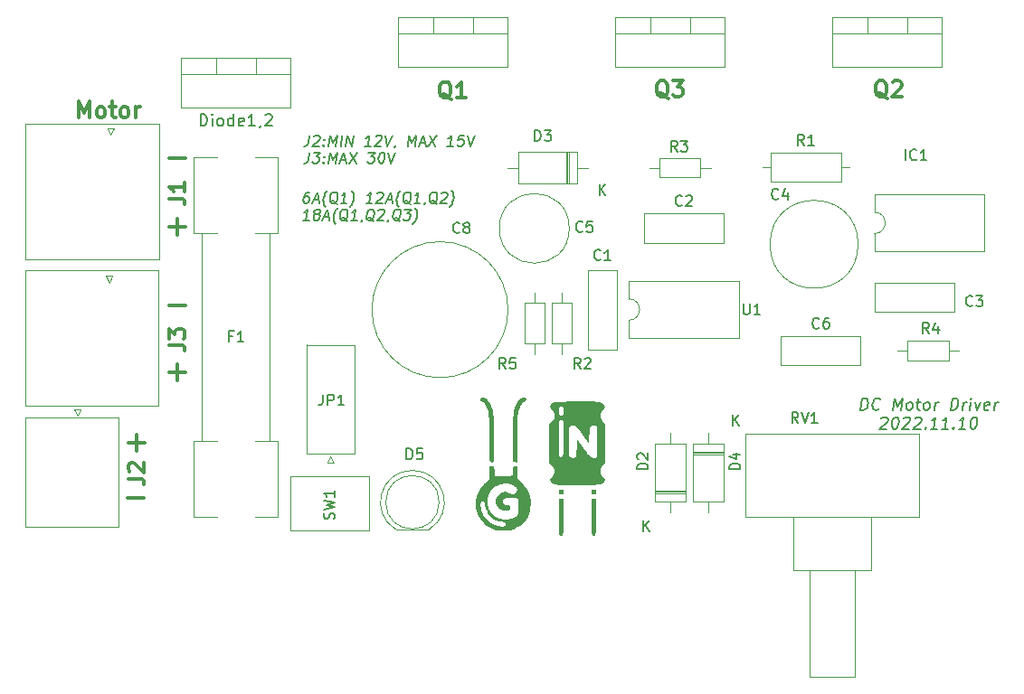
<source format=gto>
%TF.GenerationSoftware,KiCad,Pcbnew,(6.0.8)*%
%TF.CreationDate,2022-11-10T19:09:55+02:00*%
%TF.ProjectId,DCMotorDriver,44434d6f-746f-4724-9472-697665722e6b,1.0*%
%TF.SameCoordinates,Original*%
%TF.FileFunction,Legend,Top*%
%TF.FilePolarity,Positive*%
%FSLAX46Y46*%
G04 Gerber Fmt 4.6, Leading zero omitted, Abs format (unit mm)*
G04 Created by KiCad (PCBNEW (6.0.8)) date 2022-11-10 19:09:55*
%MOMM*%
%LPD*%
G01*
G04 APERTURE LIST*
%ADD10C,0.375000*%
%ADD11C,0.000000*%
%ADD12C,0.200000*%
%ADD13C,0.150000*%
%ADD14C,0.300000*%
%ADD15C,0.120000*%
G04 APERTURE END LIST*
D10*
X120650095Y-92598857D02*
X122173904Y-92598857D01*
D11*
G36*
X153869104Y-83129121D02*
G01*
X153890728Y-83132213D01*
X153915218Y-83137562D01*
X153943067Y-83145160D01*
X153974764Y-83154996D01*
X154010802Y-83167062D01*
X154097859Y-83197839D01*
X154145749Y-83217601D01*
X154193806Y-83244078D01*
X154241882Y-83277075D01*
X154289831Y-83316395D01*
X154337505Y-83361841D01*
X154384756Y-83413218D01*
X154431439Y-83470330D01*
X154477404Y-83532978D01*
X154522505Y-83600968D01*
X154566595Y-83674103D01*
X154609527Y-83752187D01*
X154651153Y-83835022D01*
X154691325Y-83922414D01*
X154729897Y-84014164D01*
X154766721Y-84110078D01*
X154801651Y-84209959D01*
X154844316Y-84351621D01*
X154877790Y-84501216D01*
X154903567Y-84683015D01*
X154923139Y-84921291D01*
X154937997Y-85240315D01*
X154949636Y-85664357D01*
X154969220Y-86924584D01*
X154977808Y-87673829D01*
X154980767Y-87978033D01*
X154982626Y-88239585D01*
X154983094Y-88355373D01*
X154983228Y-88461706D01*
X154983009Y-88558986D01*
X154982416Y-88647617D01*
X154981431Y-88727999D01*
X154980034Y-88800537D01*
X154978204Y-88865632D01*
X154975923Y-88923687D01*
X154973171Y-88975105D01*
X154969927Y-89020289D01*
X154966173Y-89059640D01*
X154964099Y-89077254D01*
X154961889Y-89093561D01*
X154959542Y-89108611D01*
X154957055Y-89122455D01*
X154954426Y-89135143D01*
X154951652Y-89146725D01*
X154948730Y-89157252D01*
X154945659Y-89166773D01*
X154942436Y-89175339D01*
X154939058Y-89183001D01*
X154935523Y-89189809D01*
X154931828Y-89195813D01*
X154927971Y-89201063D01*
X154923950Y-89205610D01*
X154919762Y-89209504D01*
X154915405Y-89212796D01*
X154910876Y-89215535D01*
X154906172Y-89217772D01*
X154901292Y-89219557D01*
X154896233Y-89220942D01*
X154890992Y-89221975D01*
X154885566Y-89222707D01*
X154874154Y-89223472D01*
X154861976Y-89223637D01*
X154743080Y-89222904D01*
X154695405Y-89216567D01*
X154654818Y-89201434D01*
X154620751Y-89173890D01*
X154592634Y-89130321D01*
X154569898Y-89067116D01*
X154551972Y-88980661D01*
X154538289Y-88867342D01*
X154528277Y-88723546D01*
X154516992Y-88330072D01*
X154513431Y-87018422D01*
X154511926Y-86586473D01*
X154507671Y-86171883D01*
X154501060Y-85784470D01*
X154492485Y-85434054D01*
X154482339Y-85130452D01*
X154471015Y-84883484D01*
X154458906Y-84702967D01*
X154446404Y-84598720D01*
X154422623Y-84498686D01*
X154396604Y-84402324D01*
X154368464Y-84309849D01*
X154338321Y-84221479D01*
X154306293Y-84137430D01*
X154272498Y-84057916D01*
X154237053Y-83983154D01*
X154200077Y-83913361D01*
X154161686Y-83848752D01*
X154141998Y-83818459D01*
X154122000Y-83789543D01*
X154101707Y-83762031D01*
X154081135Y-83735950D01*
X154060298Y-83711328D01*
X154039210Y-83688190D01*
X154017887Y-83666564D01*
X153996342Y-83646478D01*
X153974592Y-83627957D01*
X153952650Y-83611029D01*
X153930531Y-83595722D01*
X153908250Y-83582062D01*
X153885823Y-83570075D01*
X153863262Y-83559790D01*
X153842427Y-83550305D01*
X153822653Y-83540704D01*
X153803939Y-83530988D01*
X153786285Y-83521157D01*
X153769692Y-83511214D01*
X153754159Y-83501159D01*
X153739686Y-83490993D01*
X153726274Y-83480718D01*
X153713922Y-83470335D01*
X153702631Y-83459845D01*
X153692400Y-83449250D01*
X153683230Y-83438551D01*
X153675120Y-83427748D01*
X153668070Y-83416844D01*
X153662081Y-83405838D01*
X153657152Y-83394734D01*
X153653283Y-83383531D01*
X153650475Y-83372231D01*
X153648727Y-83360836D01*
X153648040Y-83349346D01*
X153648413Y-83337763D01*
X153649847Y-83326088D01*
X153652341Y-83314322D01*
X153655895Y-83302466D01*
X153660510Y-83290522D01*
X153666185Y-83278491D01*
X153672920Y-83266374D01*
X153680716Y-83254172D01*
X153689572Y-83241887D01*
X153699489Y-83229519D01*
X153710466Y-83217071D01*
X153722504Y-83204542D01*
X153740416Y-83186867D01*
X153756777Y-83171539D01*
X153772077Y-83158548D01*
X153786808Y-83147883D01*
X153801461Y-83139536D01*
X153808911Y-83136228D01*
X153816526Y-83133496D01*
X153824366Y-83131338D01*
X153832494Y-83129753D01*
X153840970Y-83128740D01*
X153849856Y-83128298D01*
X153869104Y-83129121D01*
G37*
G36*
X153274648Y-92915885D02*
G01*
X153275504Y-92877403D01*
X154347990Y-92877403D01*
X154351727Y-92990597D01*
X154362749Y-93103478D01*
X154381030Y-93215612D01*
X154406546Y-93326568D01*
X154439269Y-93435913D01*
X154479174Y-93543217D01*
X154526236Y-93648046D01*
X154580429Y-93749968D01*
X154641727Y-93848553D01*
X154710104Y-93943367D01*
X154785534Y-94033979D01*
X154867992Y-94119957D01*
X154957451Y-94200868D01*
X155053887Y-94276281D01*
X155157273Y-94345763D01*
X155267583Y-94408883D01*
X155384793Y-94465209D01*
X155440643Y-94487778D01*
X155498707Y-94507759D01*
X155558765Y-94525191D01*
X155620594Y-94540117D01*
X155683975Y-94552579D01*
X155748687Y-94562618D01*
X155814508Y-94570276D01*
X155881217Y-94575595D01*
X156016418Y-94579381D01*
X156152522Y-94574312D01*
X156287763Y-94560720D01*
X156420372Y-94538939D01*
X156548582Y-94509303D01*
X156670626Y-94472147D01*
X156728784Y-94450853D01*
X156784737Y-94427803D01*
X156838265Y-94403040D01*
X156889147Y-94376606D01*
X156937162Y-94348542D01*
X156982089Y-94318889D01*
X157023708Y-94287691D01*
X157061796Y-94254987D01*
X157096134Y-94220821D01*
X157126500Y-94185233D01*
X157152674Y-94148266D01*
X157174434Y-94109961D01*
X157194465Y-94059458D01*
X157211836Y-93990280D01*
X157226556Y-93905274D01*
X157238634Y-93807289D01*
X157248081Y-93699171D01*
X157254907Y-93583767D01*
X157259120Y-93463925D01*
X157260732Y-93342493D01*
X157259752Y-93222318D01*
X157256190Y-93106246D01*
X157250055Y-92997127D01*
X157241357Y-92897806D01*
X157230107Y-92811131D01*
X157216313Y-92739950D01*
X157199987Y-92687110D01*
X157190877Y-92668458D01*
X157181137Y-92655458D01*
X157168237Y-92645718D01*
X157149888Y-92636607D01*
X157098295Y-92620269D01*
X157029264Y-92606444D01*
X156945702Y-92595134D01*
X156850514Y-92586336D01*
X156746608Y-92580052D01*
X156636890Y-92576282D01*
X156524265Y-92575025D01*
X156411640Y-92576282D01*
X156301921Y-92580052D01*
X156198015Y-92586336D01*
X156102828Y-92595134D01*
X156019265Y-92606444D01*
X155950235Y-92620269D01*
X155898642Y-92636607D01*
X155880292Y-92645718D01*
X155867393Y-92655458D01*
X155858757Y-92665023D01*
X155850465Y-92676051D01*
X155842547Y-92688434D01*
X155835031Y-92702064D01*
X155827947Y-92716832D01*
X155821324Y-92732632D01*
X155815192Y-92749355D01*
X155809581Y-92766892D01*
X155804520Y-92785137D01*
X155800037Y-92803980D01*
X155796164Y-92823314D01*
X155792929Y-92843032D01*
X155790361Y-92863024D01*
X155788491Y-92883183D01*
X155787347Y-92903400D01*
X155786959Y-92923569D01*
X155787430Y-92943363D01*
X155788839Y-92962529D01*
X155791184Y-92981067D01*
X155794460Y-92998976D01*
X155798665Y-93016256D01*
X155803793Y-93032908D01*
X155809842Y-93048932D01*
X155816807Y-93064328D01*
X155824686Y-93079095D01*
X155833474Y-93093234D01*
X155843168Y-93106744D01*
X155853764Y-93119626D01*
X155865259Y-93131879D01*
X155877648Y-93143504D01*
X155890928Y-93154501D01*
X155905096Y-93164870D01*
X155920147Y-93174610D01*
X155936078Y-93183721D01*
X155952885Y-93192204D01*
X155970566Y-93200059D01*
X156008529Y-93213884D01*
X156049939Y-93225195D01*
X156094765Y-93233992D01*
X156142979Y-93240276D01*
X156194551Y-93244046D01*
X156249451Y-93245303D01*
X156283817Y-93245580D01*
X156314188Y-93246573D01*
X156340807Y-93248528D01*
X156363922Y-93251692D01*
X156374241Y-93253803D01*
X156383776Y-93256308D01*
X156392558Y-93259238D01*
X156400617Y-93262623D01*
X156407983Y-93266494D01*
X156414688Y-93270882D01*
X156420763Y-93275817D01*
X156426237Y-93281331D01*
X156431141Y-93287453D01*
X156435507Y-93294214D01*
X156439365Y-93301646D01*
X156442745Y-93309778D01*
X156445678Y-93318642D01*
X156448196Y-93328268D01*
X156450328Y-93338687D01*
X156452105Y-93349929D01*
X156454719Y-93375007D01*
X156456281Y-93403747D01*
X156457039Y-93436395D01*
X156457237Y-93473197D01*
X156456239Y-93518634D01*
X156453022Y-93559574D01*
X156447252Y-93596233D01*
X156443305Y-93613024D01*
X156438595Y-93628827D01*
X156433080Y-93643667D01*
X156426718Y-93657572D01*
X156419467Y-93670569D01*
X156411286Y-93682685D01*
X156402133Y-93693946D01*
X156391967Y-93704381D01*
X156380745Y-93714015D01*
X156368425Y-93722875D01*
X156354967Y-93730990D01*
X156340328Y-93738385D01*
X156324466Y-93745089D01*
X156307341Y-93751127D01*
X156269130Y-93761315D01*
X156225363Y-93769167D01*
X156175704Y-93774897D01*
X156119820Y-93778723D01*
X156057378Y-93780860D01*
X155988042Y-93781525D01*
X155948980Y-93780166D01*
X155909772Y-93776149D01*
X155870511Y-93769568D01*
X155831286Y-93760513D01*
X155792190Y-93749078D01*
X155753311Y-93735353D01*
X155714742Y-93719432D01*
X155676573Y-93701406D01*
X155638895Y-93681367D01*
X155601798Y-93659407D01*
X155565374Y-93635619D01*
X155529714Y-93610093D01*
X155461046Y-93554202D01*
X155396522Y-93492468D01*
X155336868Y-93425628D01*
X155282811Y-93354419D01*
X155258108Y-93317407D01*
X155235076Y-93279578D01*
X155213807Y-93241025D01*
X155194392Y-93201840D01*
X155176920Y-93162114D01*
X155161483Y-93121941D01*
X155148172Y-93081412D01*
X155137078Y-93040620D01*
X155128291Y-92999655D01*
X155121902Y-92958610D01*
X155118002Y-92917578D01*
X155116681Y-92876650D01*
X155117577Y-92842687D01*
X155120236Y-92808698D01*
X155124612Y-92774736D01*
X155130663Y-92740854D01*
X155138343Y-92707104D01*
X155147610Y-92673540D01*
X155158417Y-92640213D01*
X155170723Y-92607178D01*
X155184481Y-92574486D01*
X155199648Y-92542191D01*
X155216180Y-92510344D01*
X155234032Y-92479000D01*
X155273523Y-92418029D01*
X155317765Y-92359699D01*
X155366406Y-92304432D01*
X155419092Y-92252651D01*
X155475470Y-92204777D01*
X155504933Y-92182438D01*
X155535186Y-92161234D01*
X155566186Y-92141217D01*
X155597887Y-92122442D01*
X155630247Y-92104961D01*
X155663220Y-92088825D01*
X155696762Y-92074089D01*
X155730830Y-92060805D01*
X155765379Y-92049025D01*
X155800365Y-92038803D01*
X155839244Y-92028365D01*
X155875758Y-92019703D01*
X155910367Y-92012868D01*
X155943532Y-92007907D01*
X155975715Y-92004872D01*
X156007378Y-92003810D01*
X156038983Y-92004770D01*
X156070989Y-92007802D01*
X156103860Y-92012956D01*
X156138056Y-92020278D01*
X156174040Y-92029821D01*
X156212271Y-92041631D01*
X156253213Y-92055758D01*
X156297326Y-92072252D01*
X156396912Y-92112534D01*
X156465411Y-92141656D01*
X156527970Y-92166104D01*
X156557178Y-92176539D01*
X156585089Y-92185761D01*
X156611765Y-92193755D01*
X156637270Y-92200508D01*
X156661664Y-92206004D01*
X156685012Y-92210228D01*
X156707376Y-92213166D01*
X156728817Y-92214804D01*
X156749400Y-92215125D01*
X156769186Y-92214116D01*
X156788238Y-92211762D01*
X156806619Y-92208048D01*
X156824391Y-92202960D01*
X156841617Y-92196482D01*
X156858360Y-92188600D01*
X156874681Y-92179300D01*
X156890644Y-92168565D01*
X156906312Y-92156383D01*
X156921746Y-92142738D01*
X156937009Y-92127615D01*
X156952165Y-92110999D01*
X156967275Y-92092877D01*
X156982402Y-92073232D01*
X156997609Y-92052051D01*
X157012959Y-92029319D01*
X157028513Y-92005021D01*
X157060487Y-91951667D01*
X157071247Y-91931771D01*
X157080898Y-91912286D01*
X157089433Y-91893192D01*
X157096842Y-91874467D01*
X157103117Y-91856091D01*
X157108249Y-91838042D01*
X157112230Y-91820300D01*
X157115052Y-91802844D01*
X157116705Y-91785653D01*
X157117181Y-91768707D01*
X157116471Y-91751984D01*
X157114567Y-91735463D01*
X157111461Y-91719124D01*
X157107143Y-91702946D01*
X157101605Y-91686907D01*
X157094839Y-91670988D01*
X157086835Y-91655167D01*
X157077586Y-91639423D01*
X157067082Y-91623736D01*
X157055316Y-91608084D01*
X157042278Y-91592447D01*
X157027960Y-91576804D01*
X157012353Y-91561134D01*
X156995449Y-91545416D01*
X156977239Y-91529629D01*
X156957715Y-91513752D01*
X156914688Y-91481648D01*
X156866301Y-91448934D01*
X156812484Y-91415445D01*
X156724677Y-91368468D01*
X156632530Y-91328060D01*
X156536574Y-91294191D01*
X156437338Y-91266831D01*
X156335353Y-91245952D01*
X156231149Y-91231524D01*
X156125256Y-91223517D01*
X156018205Y-91221902D01*
X155910525Y-91226649D01*
X155802747Y-91237729D01*
X155695402Y-91255113D01*
X155589018Y-91278771D01*
X155484127Y-91308673D01*
X155381258Y-91344790D01*
X155280942Y-91387093D01*
X155183709Y-91435553D01*
X155075073Y-91501618D01*
X154974108Y-91573850D01*
X154880790Y-91651816D01*
X154795092Y-91735083D01*
X154716989Y-91823221D01*
X154646454Y-91915796D01*
X154583463Y-92012378D01*
X154527989Y-92112533D01*
X154480007Y-92215831D01*
X154439490Y-92321838D01*
X154406413Y-92430123D01*
X154380750Y-92540254D01*
X154362476Y-92651799D01*
X154351565Y-92764326D01*
X154347990Y-92877403D01*
X153275504Y-92877403D01*
X153276510Y-92832112D01*
X153279492Y-92756105D01*
X153283809Y-92686735D01*
X153289677Y-92622874D01*
X153297313Y-92563392D01*
X153306931Y-92507159D01*
X153318750Y-92453048D01*
X153332983Y-92399928D01*
X153349848Y-92346671D01*
X153369561Y-92292147D01*
X153392336Y-92235228D01*
X153418391Y-92174783D01*
X153481204Y-92038803D01*
X153507275Y-91985871D01*
X153535192Y-91932684D01*
X153564916Y-91879301D01*
X153596408Y-91825780D01*
X153629627Y-91772181D01*
X153664535Y-91718562D01*
X153701093Y-91664982D01*
X153739261Y-91611501D01*
X153778999Y-91558176D01*
X153820270Y-91505068D01*
X153863033Y-91452235D01*
X153907249Y-91399735D01*
X153952879Y-91347628D01*
X153999883Y-91295973D01*
X154048223Y-91244829D01*
X154097859Y-91194253D01*
X154513431Y-90785383D01*
X154513431Y-89625803D01*
X154975923Y-89625803D01*
X154996031Y-90074889D01*
X155016140Y-90530678D01*
X155820473Y-90530678D01*
X155992585Y-90529448D01*
X156150480Y-90525861D01*
X156291880Y-90520074D01*
X156355682Y-90516405D01*
X156414507Y-90512246D01*
X156468068Y-90507614D01*
X156516083Y-90502532D01*
X156558265Y-90497017D01*
X156594330Y-90491090D01*
X156623993Y-90484770D01*
X156646970Y-90478077D01*
X156655862Y-90474597D01*
X156662976Y-90471031D01*
X156668276Y-90467381D01*
X156671726Y-90463650D01*
X156676747Y-90455365D01*
X156681728Y-90443241D01*
X156686630Y-90427523D01*
X156691415Y-90408457D01*
X156700475Y-90361263D01*
X156708591Y-90303622D01*
X156715451Y-90237497D01*
X156720740Y-90164853D01*
X156724144Y-90087653D01*
X156725348Y-90007862D01*
X156725741Y-89881752D01*
X156726673Y-89830731D01*
X156728490Y-89786984D01*
X156729822Y-89767664D01*
X156731485Y-89749954D01*
X156733516Y-89733782D01*
X156735952Y-89719079D01*
X156738830Y-89705776D01*
X156742187Y-89693801D01*
X156746059Y-89683086D01*
X156750483Y-89673561D01*
X156755497Y-89665154D01*
X156761136Y-89657797D01*
X156767439Y-89651419D01*
X156774441Y-89645951D01*
X156782179Y-89641322D01*
X156790690Y-89637463D01*
X156800012Y-89634303D01*
X156810180Y-89631773D01*
X156821232Y-89629802D01*
X156833205Y-89628322D01*
X156846134Y-89627261D01*
X156860058Y-89626549D01*
X156891036Y-89625896D01*
X156926431Y-89625803D01*
X157127515Y-89625803D01*
X157127515Y-90758573D01*
X157616818Y-91247875D01*
X157754434Y-91390204D01*
X157814052Y-91454182D01*
X157868172Y-91514310D01*
X157917264Y-91571297D01*
X157961801Y-91625849D01*
X158002254Y-91678673D01*
X158039093Y-91730475D01*
X158072790Y-91781964D01*
X158103816Y-91833845D01*
X158132643Y-91886826D01*
X158159743Y-91941613D01*
X158185585Y-91998914D01*
X158210642Y-92059435D01*
X158235384Y-92123884D01*
X158260284Y-92192967D01*
X158305345Y-92327232D01*
X158324114Y-92388788D01*
X158340508Y-92447673D01*
X158354624Y-92504672D01*
X158366560Y-92560573D01*
X158376414Y-92616158D01*
X158384286Y-92672216D01*
X158390272Y-92729530D01*
X158394471Y-92788886D01*
X158396981Y-92851070D01*
X158397901Y-92916867D01*
X158395361Y-93062443D01*
X158387637Y-93231897D01*
X158374046Y-93417039D01*
X158350863Y-93595445D01*
X158335671Y-93682128D01*
X158318078Y-93767134D01*
X158298081Y-93850467D01*
X158275680Y-93932128D01*
X158250873Y-94012120D01*
X158223659Y-94090445D01*
X158194038Y-94167106D01*
X158162007Y-94242105D01*
X158127566Y-94315445D01*
X158090713Y-94387128D01*
X158051448Y-94457157D01*
X158009768Y-94525533D01*
X157965673Y-94592260D01*
X157919161Y-94657340D01*
X157870231Y-94720776D01*
X157818883Y-94782569D01*
X157765114Y-94842723D01*
X157708923Y-94901239D01*
X157650310Y-94958121D01*
X157589273Y-95013370D01*
X157525811Y-95066989D01*
X157459922Y-95118981D01*
X157391606Y-95169348D01*
X157320861Y-95218093D01*
X157247686Y-95265217D01*
X157172079Y-95310724D01*
X157013567Y-95396894D01*
X156868358Y-95468269D01*
X156805317Y-95497574D01*
X156746713Y-95522991D01*
X156691094Y-95544794D01*
X156637008Y-95563260D01*
X156582999Y-95578662D01*
X156527616Y-95591275D01*
X156469405Y-95601376D01*
X156406914Y-95609237D01*
X156338688Y-95615135D01*
X156263275Y-95619343D01*
X156085076Y-95623795D01*
X155860690Y-95624790D01*
X155646594Y-95623611D01*
X155554617Y-95621873D01*
X155471300Y-95619134D01*
X155395603Y-95615216D01*
X155326484Y-95609944D01*
X155262902Y-95603140D01*
X155203818Y-95594627D01*
X155148189Y-95584229D01*
X155094976Y-95571769D01*
X155043137Y-95557071D01*
X154991633Y-95539957D01*
X154939421Y-95520252D01*
X154885462Y-95497777D01*
X154828714Y-95472357D01*
X154768137Y-95443815D01*
X154668936Y-95395282D01*
X154572434Y-95342723D01*
X154478662Y-95286198D01*
X154387650Y-95225764D01*
X154299425Y-95161483D01*
X154214019Y-95093411D01*
X154131460Y-95021608D01*
X154051778Y-94946133D01*
X153975002Y-94867045D01*
X153901162Y-94784402D01*
X153830287Y-94698264D01*
X153762406Y-94608690D01*
X153697550Y-94515738D01*
X153635747Y-94419467D01*
X153577028Y-94319937D01*
X153521420Y-94217206D01*
X153445608Y-94067139D01*
X153414482Y-94001988D01*
X153387470Y-93941658D01*
X153364267Y-93884824D01*
X153344569Y-93830159D01*
X153328072Y-93776339D01*
X153314472Y-93722038D01*
X153303464Y-93665930D01*
X153294743Y-93606690D01*
X153288006Y-93542992D01*
X153282948Y-93473511D01*
X153279265Y-93396922D01*
X153276651Y-93311899D01*
X153274616Y-93185607D01*
X153712449Y-93185607D01*
X153713065Y-93241523D01*
X153716115Y-93303508D01*
X153721522Y-93371736D01*
X153729206Y-93446387D01*
X153739603Y-93520288D01*
X153753151Y-93593641D01*
X153769781Y-93666372D01*
X153789427Y-93738402D01*
X153812017Y-93809657D01*
X153837485Y-93880061D01*
X153896776Y-94018008D01*
X153966749Y-94151634D01*
X154046855Y-94280332D01*
X154136544Y-94403493D01*
X154235266Y-94520506D01*
X154342471Y-94630765D01*
X154457610Y-94733660D01*
X154580132Y-94828582D01*
X154709488Y-94914923D01*
X154845127Y-94992074D01*
X154986501Y-95059426D01*
X155059166Y-95089237D01*
X155133059Y-95116370D01*
X155208110Y-95140749D01*
X155284251Y-95162298D01*
X155373683Y-95185702D01*
X155456154Y-95205630D01*
X155494861Y-95214285D01*
X155531928Y-95222063D01*
X155567387Y-95228962D01*
X155601271Y-95234981D01*
X155633614Y-95240115D01*
X155664449Y-95244364D01*
X155693808Y-95247724D01*
X155721725Y-95250193D01*
X155748233Y-95251768D01*
X155773365Y-95252448D01*
X155797155Y-95252229D01*
X155819635Y-95251109D01*
X155840839Y-95249086D01*
X155860799Y-95246157D01*
X155879550Y-95242320D01*
X155897123Y-95237572D01*
X155913553Y-95231912D01*
X155928871Y-95225335D01*
X155943112Y-95217841D01*
X155956309Y-95209426D01*
X155968495Y-95200088D01*
X155979702Y-95189825D01*
X155989964Y-95178634D01*
X155999314Y-95166513D01*
X156007786Y-95153458D01*
X156015412Y-95139469D01*
X156022225Y-95124542D01*
X156028259Y-95108675D01*
X156032642Y-95091830D01*
X156035749Y-95075238D01*
X156037602Y-95058919D01*
X156038222Y-95042891D01*
X156037629Y-95027172D01*
X156035844Y-95011781D01*
X156032889Y-94996736D01*
X156028783Y-94982056D01*
X156023548Y-94967758D01*
X156017205Y-94953862D01*
X156009775Y-94940385D01*
X156001278Y-94927347D01*
X155991735Y-94914765D01*
X155981168Y-94902658D01*
X155969597Y-94891045D01*
X155957042Y-94879943D01*
X155943526Y-94869372D01*
X155929068Y-94859349D01*
X155913689Y-94849893D01*
X155897411Y-94841022D01*
X155880254Y-94832756D01*
X155862239Y-94825111D01*
X155843388Y-94818108D01*
X155823720Y-94811763D01*
X155782019Y-94801125D01*
X155737304Y-94793343D01*
X155689741Y-94788567D01*
X155639498Y-94786942D01*
X155574734Y-94784860D01*
X155509966Y-94778689D01*
X155445305Y-94768545D01*
X155380865Y-94754541D01*
X155316759Y-94736791D01*
X155253100Y-94715409D01*
X155190000Y-94690510D01*
X155127573Y-94662207D01*
X155065932Y-94630616D01*
X155005189Y-94595849D01*
X154945457Y-94558021D01*
X154886849Y-94517247D01*
X154773459Y-94427314D01*
X154665920Y-94326964D01*
X154565136Y-94217109D01*
X154472010Y-94098664D01*
X154387447Y-93972540D01*
X154312348Y-93839651D01*
X154247618Y-93700910D01*
X154219423Y-93629631D01*
X154194159Y-93557231D01*
X154171939Y-93483824D01*
X154152876Y-93409526D01*
X154137082Y-93334449D01*
X154124670Y-93258708D01*
X154117184Y-93212013D01*
X154109707Y-93169805D01*
X154102093Y-93131858D01*
X154094194Y-93097946D01*
X154090091Y-93082433D01*
X154085863Y-93067844D01*
X154081489Y-93054151D01*
X154076952Y-93041326D01*
X154072234Y-93029340D01*
X154067315Y-93018166D01*
X154062179Y-93007774D01*
X154056805Y-92998138D01*
X154051176Y-92989228D01*
X154045273Y-92981016D01*
X154039078Y-92973474D01*
X154032573Y-92966574D01*
X154025738Y-92960288D01*
X154018557Y-92954588D01*
X154011009Y-92949444D01*
X154003078Y-92944830D01*
X153994744Y-92940716D01*
X153985989Y-92937075D01*
X153976794Y-92933878D01*
X153967142Y-92931097D01*
X153957014Y-92928704D01*
X153946390Y-92926670D01*
X153935254Y-92924968D01*
X153923587Y-92923569D01*
X153888856Y-92920457D01*
X153857502Y-92921292D01*
X153843067Y-92923244D01*
X153829447Y-92926250D01*
X153816632Y-92930331D01*
X153804613Y-92935509D01*
X153793379Y-92941806D01*
X153782920Y-92949245D01*
X153773228Y-92957848D01*
X153764291Y-92967635D01*
X153756101Y-92978631D01*
X153748647Y-92990856D01*
X153741920Y-93004333D01*
X153735909Y-93019085D01*
X153725999Y-93052497D01*
X153718838Y-93091270D01*
X153714348Y-93135581D01*
X153712449Y-93185607D01*
X153274616Y-93185607D01*
X153273418Y-93111248D01*
X153274648Y-92915885D01*
G37*
G36*
X157794204Y-83129689D02*
G01*
X157812006Y-83131798D01*
X157829146Y-83135132D01*
X157845595Y-83139693D01*
X157861320Y-83145484D01*
X157876292Y-83152507D01*
X157890479Y-83160765D01*
X157903852Y-83170260D01*
X157916379Y-83180994D01*
X157928030Y-83192971D01*
X157938773Y-83206192D01*
X157948579Y-83220660D01*
X157957417Y-83236377D01*
X157965256Y-83253347D01*
X157972065Y-83271570D01*
X157975049Y-83281488D01*
X157977715Y-83291139D01*
X157980060Y-83300529D01*
X157982079Y-83309666D01*
X157983770Y-83318558D01*
X157985128Y-83327212D01*
X157986150Y-83335635D01*
X157986832Y-83343835D01*
X157987170Y-83351818D01*
X157987161Y-83359593D01*
X157986800Y-83367167D01*
X157986085Y-83374547D01*
X157985012Y-83381740D01*
X157983577Y-83388754D01*
X157981776Y-83395597D01*
X157979605Y-83402275D01*
X157977062Y-83408795D01*
X157974141Y-83415166D01*
X157970840Y-83421395D01*
X157967155Y-83427488D01*
X157963083Y-83433454D01*
X157958618Y-83439300D01*
X157953759Y-83445033D01*
X157948500Y-83450660D01*
X157942839Y-83456189D01*
X157936772Y-83461627D01*
X157930295Y-83466982D01*
X157923404Y-83472261D01*
X157916096Y-83477471D01*
X157908367Y-83482620D01*
X157900213Y-83487714D01*
X157891631Y-83492762D01*
X157840821Y-83523070D01*
X157791483Y-83556137D01*
X157743676Y-83591895D01*
X157697460Y-83630274D01*
X157652894Y-83671205D01*
X157610036Y-83714621D01*
X157568946Y-83760452D01*
X157529681Y-83808630D01*
X157492302Y-83859086D01*
X157456867Y-83911751D01*
X157423435Y-83966556D01*
X157392065Y-84023433D01*
X157362815Y-84082313D01*
X157335746Y-84143127D01*
X157310915Y-84205807D01*
X157288381Y-84270284D01*
X157254278Y-84392047D01*
X157226695Y-84538081D01*
X157204610Y-84726374D01*
X157187002Y-84974914D01*
X157172850Y-85301687D01*
X157161133Y-85724682D01*
X157140920Y-86931287D01*
X157120812Y-89223637D01*
X156919729Y-89210230D01*
X156725348Y-89196825D01*
X156725348Y-87011720D01*
X156726644Y-86428487D01*
X156730689Y-85938962D01*
X156737719Y-85533169D01*
X156747970Y-85201132D01*
X156761677Y-84932877D01*
X156769900Y-84819550D01*
X156779075Y-84718427D01*
X156789232Y-84628262D01*
X156800401Y-84547808D01*
X156812610Y-84475817D01*
X156825890Y-84411042D01*
X156850403Y-84312610D01*
X156876213Y-84218351D01*
X156903358Y-84128195D01*
X156931877Y-84042075D01*
X156961811Y-83959922D01*
X156993197Y-83881667D01*
X157026076Y-83807241D01*
X157060487Y-83736575D01*
X157096469Y-83669601D01*
X157134060Y-83606251D01*
X157173302Y-83546454D01*
X157214232Y-83490143D01*
X157256890Y-83437249D01*
X157301316Y-83387703D01*
X157347548Y-83341437D01*
X157395626Y-83298381D01*
X157420089Y-83278862D01*
X157444442Y-83260524D01*
X157468655Y-83243369D01*
X157492698Y-83227400D01*
X157516540Y-83212618D01*
X157540150Y-83199027D01*
X157563497Y-83186630D01*
X157586550Y-83175427D01*
X157609280Y-83165422D01*
X157631655Y-83156618D01*
X157653645Y-83149016D01*
X157675218Y-83142620D01*
X157696345Y-83137431D01*
X157716994Y-83133453D01*
X157737136Y-83130687D01*
X157756738Y-83129136D01*
X157775771Y-83128803D01*
X157794204Y-83129689D01*
G37*
G36*
X160378361Y-85403054D02*
G01*
X160414134Y-85367944D01*
X160446175Y-85335201D01*
X160474681Y-85304362D01*
X160499849Y-85274967D01*
X160521876Y-85246554D01*
X160540956Y-85218661D01*
X160557288Y-85190828D01*
X160571066Y-85162591D01*
X160582489Y-85133491D01*
X160591751Y-85103065D01*
X160599049Y-85070852D01*
X160604580Y-85036391D01*
X160608540Y-84999219D01*
X160611126Y-84958877D01*
X160612533Y-84914901D01*
X160612959Y-84866831D01*
X160612541Y-84820979D01*
X160611191Y-84778700D01*
X160608761Y-84739642D01*
X160605104Y-84703451D01*
X160600072Y-84669774D01*
X160593518Y-84638256D01*
X160589624Y-84623197D01*
X160585295Y-84608545D01*
X160580512Y-84594257D01*
X160575256Y-84580287D01*
X160569509Y-84566593D01*
X160563252Y-84553129D01*
X160556468Y-84539852D01*
X160549138Y-84526718D01*
X160541244Y-84513681D01*
X160532766Y-84500699D01*
X160513988Y-84474719D01*
X160492657Y-84448425D01*
X160483235Y-84437853D01*
X161015126Y-84437853D01*
X161015554Y-84467579D01*
X161016824Y-84496416D01*
X161018914Y-84524336D01*
X161021802Y-84551316D01*
X161025466Y-84577328D01*
X161029883Y-84602348D01*
X161035032Y-84626349D01*
X161040890Y-84649305D01*
X161047435Y-84671191D01*
X161054645Y-84691981D01*
X161062499Y-84711650D01*
X161070974Y-84730170D01*
X161080047Y-84747518D01*
X161089697Y-84763666D01*
X161099903Y-84778590D01*
X161110640Y-84792263D01*
X161121889Y-84804659D01*
X161133625Y-84815754D01*
X161145829Y-84825520D01*
X161158476Y-84833933D01*
X161171546Y-84840966D01*
X161185016Y-84846594D01*
X161198863Y-84850791D01*
X161213067Y-84853531D01*
X161227605Y-84854788D01*
X161242454Y-84854537D01*
X161257593Y-84852752D01*
X161272999Y-84849407D01*
X161288651Y-84844476D01*
X161304527Y-84837934D01*
X161320603Y-84829755D01*
X161336859Y-84819912D01*
X161349778Y-84811139D01*
X161362135Y-84799998D01*
X161373918Y-84786636D01*
X161385114Y-84771199D01*
X161395711Y-84753832D01*
X161405697Y-84734682D01*
X161423786Y-84691616D01*
X161439282Y-84643170D01*
X161452089Y-84590512D01*
X161462107Y-84534810D01*
X161469239Y-84477232D01*
X161473385Y-84418948D01*
X161474449Y-84361125D01*
X161472332Y-84304932D01*
X161466935Y-84251537D01*
X161458160Y-84202109D01*
X161445910Y-84157816D01*
X161438451Y-84137960D01*
X161430086Y-84119826D01*
X161420803Y-84103561D01*
X161410589Y-84089309D01*
X161392942Y-84069155D01*
X161375220Y-84051396D01*
X161357462Y-84035994D01*
X161339713Y-84022910D01*
X161322012Y-84012103D01*
X161304402Y-84003534D01*
X161286925Y-83997165D01*
X161269621Y-83992957D01*
X161252534Y-83990869D01*
X161235705Y-83990862D01*
X161219175Y-83992898D01*
X161202986Y-83996937D01*
X161187181Y-84002939D01*
X161171800Y-84010866D01*
X161156885Y-84020678D01*
X161142478Y-84032336D01*
X161128622Y-84045800D01*
X161115356Y-84061032D01*
X161102724Y-84077992D01*
X161090767Y-84096640D01*
X161079527Y-84116938D01*
X161069046Y-84138847D01*
X161059364Y-84162326D01*
X161050525Y-84187337D01*
X161042569Y-84213841D01*
X161035538Y-84241797D01*
X161029475Y-84271168D01*
X161024421Y-84301913D01*
X161020417Y-84333993D01*
X161017505Y-84367369D01*
X161015728Y-84402002D01*
X161015126Y-84437853D01*
X160483235Y-84437853D01*
X160468626Y-84421463D01*
X160441748Y-84393480D01*
X160411875Y-84364123D01*
X160382948Y-84335184D01*
X160356484Y-84306202D01*
X160332472Y-84277213D01*
X160310902Y-84248251D01*
X160291761Y-84219354D01*
X160275040Y-84190556D01*
X160260726Y-84161893D01*
X160248810Y-84133401D01*
X160239279Y-84105115D01*
X160232123Y-84077070D01*
X160227331Y-84049303D01*
X160224892Y-84021849D01*
X160224794Y-83994744D01*
X160227027Y-83968022D01*
X160231580Y-83941721D01*
X160238441Y-83915874D01*
X160247600Y-83890519D01*
X160259046Y-83865690D01*
X160272766Y-83841424D01*
X160288752Y-83817755D01*
X160306990Y-83794719D01*
X160327471Y-83772352D01*
X160350183Y-83750690D01*
X160375115Y-83729768D01*
X160402257Y-83709621D01*
X160431596Y-83690286D01*
X160463123Y-83671797D01*
X160496825Y-83654191D01*
X160532693Y-83637503D01*
X160570715Y-83621769D01*
X160610879Y-83607024D01*
X160653175Y-83593304D01*
X160732129Y-83583014D01*
X160882641Y-83572567D01*
X161362832Y-83553087D01*
X162022741Y-83538634D01*
X162791361Y-83532978D01*
X163371020Y-83531551D01*
X163829244Y-83532874D01*
X164018071Y-83534836D01*
X164182842Y-83537809D01*
X164325659Y-83541902D01*
X164448623Y-83547222D01*
X164553835Y-83553877D01*
X164643396Y-83561976D01*
X164719408Y-83571626D01*
X164783971Y-83582935D01*
X164812616Y-83589246D01*
X164839187Y-83596012D01*
X164863947Y-83603247D01*
X164887157Y-83610964D01*
X164929983Y-83627899D01*
X164969764Y-83646926D01*
X164993773Y-83658998D01*
X165017940Y-83672493D01*
X165042107Y-83687265D01*
X165066116Y-83703166D01*
X165089812Y-83720049D01*
X165113036Y-83737767D01*
X165135631Y-83756171D01*
X165157442Y-83775116D01*
X165178309Y-83794454D01*
X165198077Y-83814037D01*
X165216588Y-83833718D01*
X165233685Y-83853350D01*
X165249212Y-83872786D01*
X165263010Y-83891878D01*
X165274923Y-83910479D01*
X165284793Y-83928443D01*
X165297577Y-83954897D01*
X165308201Y-83979211D01*
X165316547Y-84001757D01*
X165319829Y-84012485D01*
X165322497Y-84022910D01*
X165324537Y-84033080D01*
X165325934Y-84043041D01*
X165326673Y-84052840D01*
X165326739Y-84062524D01*
X165326118Y-84072139D01*
X165324795Y-84081733D01*
X165322755Y-84091350D01*
X165319984Y-84101039D01*
X165316466Y-84110846D01*
X165312188Y-84120817D01*
X165307134Y-84130999D01*
X165301290Y-84141439D01*
X165294640Y-84152183D01*
X165287170Y-84163279D01*
X165269713Y-84186709D01*
X165248800Y-84212103D01*
X165224312Y-84239833D01*
X165196133Y-84270274D01*
X165164144Y-84303798D01*
X165139637Y-84329393D01*
X165116387Y-84355862D01*
X165094394Y-84383136D01*
X165073657Y-84411147D01*
X165054177Y-84439825D01*
X165035954Y-84469102D01*
X165018987Y-84498910D01*
X165003278Y-84529179D01*
X164988825Y-84559840D01*
X164975629Y-84590826D01*
X164963689Y-84622067D01*
X164953007Y-84653494D01*
X164943581Y-84685040D01*
X164935412Y-84716634D01*
X164928500Y-84748209D01*
X164922844Y-84779695D01*
X164918477Y-84819601D01*
X164915553Y-84856698D01*
X164914258Y-84891479D01*
X164914780Y-84924433D01*
X164917305Y-84956052D01*
X164922020Y-84986827D01*
X164929110Y-85017248D01*
X164938764Y-85047806D01*
X164951166Y-85078993D01*
X164966504Y-85111299D01*
X164984965Y-85145216D01*
X165006734Y-85181234D01*
X165031999Y-85219843D01*
X165060945Y-85261536D01*
X165093761Y-85306803D01*
X165130631Y-85356134D01*
X165371929Y-85671165D01*
X165371929Y-87514428D01*
X165371823Y-87826755D01*
X165371393Y-88101812D01*
X165370472Y-88342071D01*
X165368892Y-88550007D01*
X165367804Y-88642628D01*
X165366489Y-88728096D01*
X165364925Y-88806720D01*
X165363093Y-88878810D01*
X165360971Y-88944675D01*
X165358539Y-89004625D01*
X165355775Y-89058968D01*
X165352660Y-89108014D01*
X165349171Y-89152072D01*
X165345288Y-89191451D01*
X165340990Y-89226462D01*
X165336256Y-89257412D01*
X165333720Y-89271462D01*
X165331066Y-89284612D01*
X165328293Y-89296902D01*
X165325399Y-89308370D01*
X165322379Y-89319056D01*
X165319233Y-89328997D01*
X165315957Y-89338232D01*
X165312548Y-89346800D01*
X165309004Y-89354740D01*
X165305323Y-89362090D01*
X165301501Y-89368889D01*
X165297537Y-89375176D01*
X165293427Y-89380988D01*
X165289169Y-89386366D01*
X165284761Y-89391348D01*
X165280199Y-89395971D01*
X165275482Y-89400276D01*
X165270605Y-89404300D01*
X165260367Y-89411661D01*
X165249464Y-89418365D01*
X165237875Y-89424720D01*
X165223677Y-89433257D01*
X165208812Y-89443689D01*
X165193397Y-89455869D01*
X165177550Y-89469649D01*
X165161389Y-89484883D01*
X165145031Y-89501422D01*
X165128595Y-89519120D01*
X165112198Y-89537829D01*
X165095958Y-89557402D01*
X165079993Y-89577692D01*
X165064421Y-89598552D01*
X165049359Y-89619834D01*
X165034926Y-89641390D01*
X165021239Y-89663074D01*
X165008416Y-89684739D01*
X164996575Y-89706236D01*
X164983379Y-89733410D01*
X164971437Y-89760876D01*
X164960746Y-89788613D01*
X164951305Y-89816597D01*
X164943111Y-89844806D01*
X164936162Y-89873220D01*
X164930454Y-89901815D01*
X164925986Y-89930570D01*
X164922755Y-89959462D01*
X164920759Y-89988470D01*
X164920461Y-90046743D01*
X164925073Y-90105212D01*
X164934574Y-90163701D01*
X164948945Y-90222033D01*
X164968166Y-90280031D01*
X164992218Y-90337518D01*
X165021081Y-90394319D01*
X165054736Y-90450255D01*
X165093163Y-90505150D01*
X165136341Y-90558828D01*
X165184252Y-90611111D01*
X165398742Y-90832303D01*
X165257983Y-91013278D01*
X165169250Y-91128613D01*
X165122988Y-91175490D01*
X165070934Y-91215828D01*
X165009689Y-91250117D01*
X164935857Y-91278849D01*
X164846041Y-91302515D01*
X164736842Y-91321606D01*
X164604865Y-91336612D01*
X164446711Y-91348024D01*
X164038287Y-91362032D01*
X163484392Y-91367557D01*
X162757847Y-91368525D01*
X162370934Y-91368295D01*
X162029981Y-91367308D01*
X161731777Y-91365123D01*
X161473113Y-91361299D01*
X161357605Y-91358634D01*
X161250778Y-91355393D01*
X161152230Y-91351522D01*
X161061560Y-91346964D01*
X160978367Y-91341665D01*
X160902250Y-91335569D01*
X160832807Y-91328622D01*
X160769636Y-91320768D01*
X160712337Y-91311952D01*
X160660508Y-91302118D01*
X160613748Y-91291211D01*
X160571655Y-91279177D01*
X160533829Y-91265959D01*
X160499867Y-91251503D01*
X160469369Y-91235754D01*
X160441933Y-91218655D01*
X160417158Y-91200153D01*
X160394642Y-91180191D01*
X160373985Y-91158715D01*
X160354784Y-91135669D01*
X160336639Y-91110998D01*
X160319148Y-91084647D01*
X160301909Y-91056561D01*
X160284523Y-91026684D01*
X160268129Y-90996824D01*
X160254229Y-90969723D01*
X160242961Y-90944841D01*
X160234462Y-90921639D01*
X160231293Y-90910498D01*
X160228868Y-90899575D01*
X160227204Y-90888801D01*
X160226319Y-90878110D01*
X160226228Y-90867433D01*
X160226950Y-90856704D01*
X160228502Y-90845854D01*
X160230901Y-90834817D01*
X160234163Y-90823524D01*
X160238307Y-90811908D01*
X160243349Y-90799902D01*
X160249307Y-90787439D01*
X160264038Y-90760868D01*
X160282638Y-90731656D01*
X160305243Y-90699263D01*
X160331992Y-90663149D01*
X160398470Y-90577597D01*
X160452590Y-90506419D01*
X160476881Y-90471160D01*
X160499326Y-90436106D01*
X160519925Y-90401248D01*
X160538679Y-90366578D01*
X160555586Y-90332084D01*
X160570648Y-90297756D01*
X160583863Y-90263586D01*
X160595233Y-90229564D01*
X160604757Y-90195678D01*
X160612435Y-90161921D01*
X160618267Y-90128281D01*
X160622254Y-90094749D01*
X160624394Y-90061315D01*
X160624689Y-90027970D01*
X160623137Y-89994703D01*
X160619740Y-89961505D01*
X160614497Y-89928366D01*
X160607408Y-89895276D01*
X160598473Y-89862225D01*
X160587693Y-89829204D01*
X160575066Y-89796202D01*
X160560594Y-89763210D01*
X160544275Y-89730218D01*
X160526111Y-89697217D01*
X160506101Y-89664195D01*
X160484245Y-89631145D01*
X160460543Y-89598055D01*
X160434995Y-89564915D01*
X160378361Y-89498451D01*
X160143764Y-89243745D01*
X160143764Y-87018422D01*
X161015126Y-87018422D01*
X161015885Y-87479710D01*
X161016981Y-87673927D01*
X161018687Y-87845797D01*
X161021099Y-87996773D01*
X161024316Y-88128309D01*
X161028436Y-88241856D01*
X161033558Y-88338870D01*
X161039780Y-88420802D01*
X161043334Y-88456567D01*
X161047200Y-88489107D01*
X161051389Y-88518602D01*
X161055915Y-88545236D01*
X161060790Y-88569189D01*
X161066025Y-88590643D01*
X161071633Y-88609780D01*
X161077627Y-88626782D01*
X161084018Y-88641830D01*
X161090820Y-88655105D01*
X161098043Y-88666790D01*
X161105701Y-88677066D01*
X161113806Y-88686114D01*
X161122370Y-88694117D01*
X161136045Y-88704798D01*
X161149456Y-88714212D01*
X161162650Y-88722350D01*
X161175678Y-88729202D01*
X161182144Y-88732142D01*
X161188588Y-88734758D01*
X161195014Y-88737046D01*
X161201429Y-88739007D01*
X161207839Y-88740640D01*
X161214250Y-88741942D01*
X161220669Y-88742912D01*
X161227101Y-88743550D01*
X161233552Y-88743854D01*
X161240030Y-88743823D01*
X161246540Y-88743456D01*
X161253087Y-88742751D01*
X161259679Y-88741708D01*
X161266321Y-88740325D01*
X161273019Y-88738600D01*
X161279780Y-88736533D01*
X161286610Y-88734122D01*
X161293515Y-88731367D01*
X161307573Y-88724816D01*
X161322005Y-88716871D01*
X161336859Y-88707522D01*
X161354712Y-88694303D01*
X161370661Y-88676234D01*
X161384842Y-88651763D01*
X161397393Y-88619339D01*
X161408452Y-88577411D01*
X161418156Y-88524427D01*
X161434049Y-88379087D01*
X161446172Y-88170908D01*
X161455624Y-87887480D01*
X161465560Y-87340156D01*
X161953514Y-87340156D01*
X161954548Y-87701608D01*
X161955944Y-87855245D01*
X161958017Y-87992210D01*
X161960837Y-88113544D01*
X161964471Y-88220288D01*
X161968990Y-88313482D01*
X161974460Y-88394168D01*
X161980952Y-88463385D01*
X161988533Y-88522175D01*
X161992754Y-88547985D01*
X161997274Y-88571579D01*
X162002100Y-88593086D01*
X162007241Y-88612636D01*
X162012706Y-88630361D01*
X162018504Y-88646389D01*
X162024644Y-88660852D01*
X162031133Y-88673878D01*
X162037980Y-88685598D01*
X162045194Y-88696143D01*
X162052784Y-88705642D01*
X162060758Y-88714226D01*
X162073255Y-88725830D01*
X162086814Y-88736764D01*
X162101359Y-88747022D01*
X162116816Y-88756602D01*
X162133107Y-88765500D01*
X162150156Y-88773711D01*
X162167888Y-88781233D01*
X162186226Y-88788061D01*
X162224417Y-88799622D01*
X162264120Y-88808365D01*
X162304726Y-88814261D01*
X162345626Y-88817281D01*
X162386213Y-88817394D01*
X162425876Y-88814571D01*
X162464008Y-88808783D01*
X162482309Y-88804768D01*
X162500000Y-88800000D01*
X162517002Y-88794477D01*
X162533242Y-88788193D01*
X162548642Y-88781147D01*
X162563126Y-88773333D01*
X162576619Y-88764749D01*
X162589044Y-88755390D01*
X162600325Y-88745253D01*
X162610386Y-88734334D01*
X162617994Y-88721604D01*
X162625690Y-88701304D01*
X162633406Y-88673876D01*
X162641073Y-88639762D01*
X162655984Y-88553241D01*
X162669874Y-88445276D01*
X162682193Y-88319403D01*
X162692391Y-88179155D01*
X162699918Y-88028068D01*
X162704225Y-87869675D01*
X162724333Y-87098856D01*
X163361097Y-87943406D01*
X163462486Y-88076609D01*
X163553566Y-88195271D01*
X163635181Y-88300246D01*
X163708175Y-88392388D01*
X163773393Y-88472551D01*
X163831679Y-88541590D01*
X163883878Y-88600359D01*
X163907958Y-88626159D01*
X163930834Y-88649711D01*
X163952609Y-88671124D01*
X163973390Y-88690502D01*
X163993283Y-88707954D01*
X164012393Y-88723586D01*
X164030825Y-88737504D01*
X164048685Y-88749816D01*
X164066079Y-88760628D01*
X164083112Y-88770047D01*
X164099890Y-88778180D01*
X164116518Y-88785133D01*
X164133102Y-88791014D01*
X164149747Y-88795929D01*
X164166559Y-88799984D01*
X164183644Y-88803287D01*
X164201107Y-88805945D01*
X164219053Y-88808064D01*
X164291100Y-88814402D01*
X164354300Y-88816979D01*
X164409233Y-88813764D01*
X164456478Y-88802723D01*
X164477399Y-88793633D01*
X164496614Y-88781824D01*
X164514198Y-88767043D01*
X164530222Y-88749036D01*
X164544758Y-88727547D01*
X164557879Y-88702324D01*
X164580165Y-88639657D01*
X164597660Y-88559003D01*
X164610943Y-88458329D01*
X164620593Y-88335602D01*
X164627189Y-88188791D01*
X164633538Y-87814783D01*
X164634625Y-87320047D01*
X164633420Y-87048951D01*
X164630017Y-86792623D01*
X164624728Y-86557031D01*
X164617868Y-86348145D01*
X164609751Y-86171935D01*
X164600692Y-86034371D01*
X164591004Y-85941422D01*
X164586023Y-85913544D01*
X164581003Y-85899059D01*
X164574235Y-85889202D01*
X164566528Y-85879744D01*
X164557926Y-85870691D01*
X164548470Y-85862050D01*
X164527172Y-85846024D01*
X164502978Y-85831717D01*
X164476231Y-85819177D01*
X164447274Y-85808454D01*
X164416452Y-85799596D01*
X164384108Y-85792652D01*
X164350586Y-85787673D01*
X164316230Y-85784706D01*
X164281382Y-85783801D01*
X164246387Y-85785007D01*
X164211589Y-85788373D01*
X164177330Y-85793948D01*
X164143956Y-85801782D01*
X164111808Y-85811922D01*
X164079644Y-85825424D01*
X164050868Y-85841391D01*
X164025253Y-85860715D01*
X164002574Y-85884291D01*
X163982605Y-85913012D01*
X163965120Y-85947771D01*
X163949893Y-85989462D01*
X163936698Y-86038979D01*
X163925310Y-86097214D01*
X163915503Y-86165062D01*
X163907051Y-86243415D01*
X163899728Y-86333168D01*
X163887566Y-86550446D01*
X163877211Y-86824042D01*
X163863805Y-87474211D01*
X163247150Y-86636364D01*
X163042807Y-86363946D01*
X162958913Y-86253515D01*
X162885514Y-86158686D01*
X162821345Y-86078271D01*
X162792326Y-86043097D01*
X162765139Y-86011081D01*
X162739627Y-85982075D01*
X162715629Y-85955929D01*
X162692990Y-85932496D01*
X162671549Y-85911626D01*
X162651149Y-85893172D01*
X162631632Y-85876985D01*
X162612839Y-85862916D01*
X162594611Y-85850817D01*
X162576791Y-85840539D01*
X162559220Y-85831935D01*
X162541740Y-85824854D01*
X162524193Y-85819149D01*
X162506419Y-85814672D01*
X162488262Y-85811273D01*
X162469562Y-85808805D01*
X162450161Y-85807118D01*
X162408624Y-85805497D01*
X162362384Y-85805220D01*
X162325996Y-85805619D01*
X162292162Y-85806844D01*
X162260762Y-85808932D01*
X162245938Y-85810312D01*
X162231679Y-85811923D01*
X162217970Y-85813770D01*
X162204796Y-85815857D01*
X162192143Y-85818190D01*
X162179995Y-85820773D01*
X162168338Y-85823611D01*
X162157157Y-85826710D01*
X162146437Y-85830073D01*
X162136165Y-85833707D01*
X162126324Y-85837616D01*
X162116901Y-85841804D01*
X162107880Y-85846277D01*
X162099247Y-85851040D01*
X162090987Y-85856097D01*
X162083086Y-85861454D01*
X162075528Y-85867115D01*
X162068299Y-85873086D01*
X162061384Y-85879370D01*
X162054769Y-85885974D01*
X162048438Y-85892902D01*
X162042378Y-85900158D01*
X162036573Y-85907749D01*
X162031008Y-85915678D01*
X162025669Y-85923951D01*
X162020541Y-85932573D01*
X162013161Y-85953388D01*
X162006115Y-85985357D01*
X161993102Y-86080871D01*
X161981660Y-86215346D01*
X161971947Y-86385010D01*
X161964118Y-86586093D01*
X161958332Y-86814826D01*
X161953514Y-87340156D01*
X161465560Y-87340156D01*
X161470914Y-87045234D01*
X161474371Y-86654038D01*
X161474685Y-86318611D01*
X161471857Y-86036911D01*
X161465887Y-85806896D01*
X161461724Y-85710632D01*
X161456776Y-85626523D01*
X161451042Y-85554314D01*
X161444522Y-85493751D01*
X161437217Y-85444576D01*
X161429127Y-85406536D01*
X161420251Y-85379374D01*
X161415518Y-85369793D01*
X161410589Y-85362837D01*
X161402672Y-85352946D01*
X161394068Y-85343409D01*
X161384875Y-85334265D01*
X161375190Y-85325552D01*
X161365113Y-85317311D01*
X161354742Y-85309581D01*
X161344174Y-85302400D01*
X161333507Y-85295809D01*
X161322841Y-85289846D01*
X161312273Y-85284550D01*
X161301902Y-85279962D01*
X161291824Y-85276120D01*
X161282140Y-85273063D01*
X161272947Y-85270831D01*
X161264342Y-85269463D01*
X161256425Y-85268998D01*
X161217264Y-85271193D01*
X161182551Y-85279013D01*
X161152020Y-85294315D01*
X161125407Y-85318955D01*
X161102446Y-85354787D01*
X161082873Y-85403669D01*
X161066422Y-85467455D01*
X161052829Y-85548001D01*
X161041827Y-85647163D01*
X161033152Y-85766797D01*
X161021724Y-86074902D01*
X161016422Y-86487162D01*
X161015126Y-87018422D01*
X160143764Y-87018422D01*
X160143764Y-85630948D01*
X160378361Y-85403054D01*
G37*
G36*
X164332673Y-91770970D02*
G01*
X164362010Y-91771975D01*
X164387735Y-91773961D01*
X164410082Y-91777185D01*
X164420062Y-91779341D01*
X164429287Y-91781901D01*
X164437785Y-91784899D01*
X164445586Y-91788365D01*
X164452719Y-91792332D01*
X164459214Y-91796832D01*
X164465100Y-91801896D01*
X164470407Y-91807557D01*
X164475164Y-91813846D01*
X164479401Y-91820795D01*
X164483146Y-91828437D01*
X164486431Y-91836803D01*
X164489283Y-91845925D01*
X164491733Y-91855835D01*
X164493809Y-91866564D01*
X164495542Y-91878145D01*
X164498095Y-91903991D01*
X164499627Y-91933627D01*
X164500373Y-91967308D01*
X164500569Y-92005289D01*
X164500373Y-92043270D01*
X164499627Y-92076951D01*
X164498095Y-92106587D01*
X164495542Y-92132432D01*
X164493809Y-92144013D01*
X164491733Y-92154743D01*
X164489283Y-92164653D01*
X164486431Y-92173775D01*
X164483146Y-92182140D01*
X164479401Y-92189782D01*
X164475164Y-92196732D01*
X164470407Y-92203021D01*
X164465100Y-92208682D01*
X164459214Y-92213746D01*
X164452719Y-92218246D01*
X164445586Y-92222213D01*
X164437785Y-92225679D01*
X164429287Y-92228677D01*
X164420062Y-92231237D01*
X164410082Y-92233393D01*
X164399316Y-92235175D01*
X164387735Y-92236617D01*
X164362010Y-92238603D01*
X164332673Y-92239608D01*
X164299486Y-92239886D01*
X164266299Y-92239608D01*
X164236962Y-92238603D01*
X164211237Y-92236617D01*
X164188890Y-92233393D01*
X164178910Y-92231237D01*
X164169685Y-92228677D01*
X164161187Y-92225679D01*
X164153386Y-92222213D01*
X164146253Y-92218246D01*
X164139758Y-92213746D01*
X164133872Y-92208682D01*
X164128565Y-92203021D01*
X164123808Y-92196732D01*
X164119571Y-92189782D01*
X164115825Y-92182140D01*
X164112541Y-92173775D01*
X164109689Y-92164653D01*
X164107239Y-92154743D01*
X164105162Y-92144013D01*
X164103429Y-92132432D01*
X164100877Y-92106587D01*
X164099345Y-92076951D01*
X164098599Y-92043270D01*
X164098402Y-92005289D01*
X164098599Y-91967308D01*
X164099345Y-91933627D01*
X164100877Y-91903991D01*
X164103429Y-91878145D01*
X164105162Y-91866564D01*
X164107239Y-91855835D01*
X164109689Y-91845925D01*
X164112541Y-91836803D01*
X164115825Y-91828437D01*
X164119571Y-91820795D01*
X164123808Y-91813846D01*
X164128565Y-91807557D01*
X164133872Y-91801896D01*
X164139758Y-91796832D01*
X164146253Y-91792332D01*
X164153386Y-91788365D01*
X164161187Y-91784899D01*
X164169685Y-91781901D01*
X164178910Y-91779341D01*
X164188890Y-91777185D01*
X164199656Y-91775403D01*
X164211237Y-91773961D01*
X164236962Y-91771975D01*
X164266299Y-91770970D01*
X164299486Y-91770692D01*
X164332673Y-91770970D01*
G37*
G36*
X161470914Y-94324450D02*
G01*
X161467198Y-94598670D01*
X161463491Y-94841991D01*
X161459648Y-95056347D01*
X161455519Y-95243673D01*
X161450958Y-95405903D01*
X161445818Y-95544971D01*
X161442985Y-95606423D01*
X161439952Y-95662811D01*
X161436700Y-95714375D01*
X161433211Y-95761358D01*
X161429467Y-95804001D01*
X161425450Y-95842545D01*
X161421140Y-95877234D01*
X161416520Y-95908308D01*
X161411571Y-95936010D01*
X161406274Y-95960580D01*
X161400612Y-95982262D01*
X161394566Y-96001296D01*
X161388117Y-96017925D01*
X161381247Y-96032389D01*
X161373938Y-96044932D01*
X161366170Y-96055795D01*
X161357927Y-96065219D01*
X161349189Y-96073447D01*
X161339938Y-96080720D01*
X161330156Y-96087280D01*
X161311987Y-96097723D01*
X161303386Y-96102291D01*
X161295084Y-96106419D01*
X161287062Y-96110106D01*
X161279301Y-96113348D01*
X161271783Y-96116144D01*
X161264490Y-96118490D01*
X161257403Y-96120385D01*
X161250503Y-96121825D01*
X161243773Y-96122809D01*
X161237194Y-96123334D01*
X161230748Y-96123397D01*
X161224415Y-96122997D01*
X161218179Y-96122130D01*
X161212020Y-96120794D01*
X161205919Y-96118987D01*
X161199859Y-96116706D01*
X161193822Y-96113949D01*
X161187788Y-96110714D01*
X161181739Y-96106997D01*
X161175657Y-96102797D01*
X161169523Y-96098111D01*
X161163320Y-96092936D01*
X161157028Y-96087270D01*
X161150629Y-96081111D01*
X161137438Y-96067303D01*
X161123599Y-96051492D01*
X161108965Y-96033658D01*
X161095760Y-96010620D01*
X161083764Y-95981005D01*
X161063197Y-95897717D01*
X161046872Y-95775156D01*
X161034396Y-95604680D01*
X161025376Y-95377650D01*
X161019420Y-95085425D01*
X161015126Y-94270828D01*
X161015126Y-92642053D01*
X161484320Y-92642053D01*
X161470914Y-94324450D01*
G37*
G36*
X161288809Y-91770896D02*
G01*
X161323309Y-91771700D01*
X161353510Y-91773387D01*
X161379694Y-91776243D01*
X161391369Y-91778197D01*
X161402147Y-91780551D01*
X161412064Y-91783339D01*
X161421154Y-91786598D01*
X161429454Y-91790362D01*
X161437000Y-91794667D01*
X161443826Y-91799549D01*
X161449968Y-91805044D01*
X161455463Y-91811186D01*
X161460345Y-91818012D01*
X161464650Y-91825558D01*
X161468414Y-91833858D01*
X161471672Y-91842948D01*
X161474461Y-91852865D01*
X161476814Y-91863643D01*
X161478769Y-91875318D01*
X161481625Y-91901502D01*
X161483312Y-91931702D01*
X161484116Y-91966203D01*
X161484320Y-92005289D01*
X161484116Y-92044375D01*
X161483312Y-92078876D01*
X161481625Y-92109076D01*
X161478769Y-92135260D01*
X161476814Y-92146935D01*
X161474461Y-92157714D01*
X161471672Y-92167630D01*
X161468414Y-92176721D01*
X161464650Y-92185021D01*
X161460345Y-92192566D01*
X161455463Y-92199392D01*
X161449968Y-92205535D01*
X161443826Y-92211029D01*
X161437000Y-92215911D01*
X161429454Y-92220216D01*
X161421154Y-92223980D01*
X161412064Y-92227239D01*
X161402147Y-92230027D01*
X161391369Y-92232381D01*
X161379694Y-92234335D01*
X161353510Y-92237191D01*
X161323309Y-92238878D01*
X161288809Y-92239682D01*
X161249723Y-92239886D01*
X161210637Y-92239682D01*
X161176136Y-92238878D01*
X161145936Y-92237191D01*
X161119752Y-92234335D01*
X161108077Y-92232381D01*
X161097299Y-92230027D01*
X161087382Y-92227239D01*
X161078292Y-92223980D01*
X161069992Y-92220216D01*
X161062446Y-92215911D01*
X161055620Y-92211029D01*
X161049478Y-92205535D01*
X161043983Y-92199392D01*
X161039101Y-92192566D01*
X161034796Y-92185021D01*
X161031032Y-92176721D01*
X161027773Y-92167630D01*
X161024985Y-92157714D01*
X161022631Y-92146935D01*
X161020676Y-92135260D01*
X161017821Y-92109076D01*
X161016134Y-92078876D01*
X161015330Y-92044375D01*
X161015126Y-92005289D01*
X161015330Y-91966203D01*
X161016134Y-91931702D01*
X161017821Y-91901502D01*
X161020676Y-91875318D01*
X161022631Y-91863643D01*
X161024985Y-91852865D01*
X161027773Y-91842948D01*
X161031032Y-91833858D01*
X161034796Y-91825558D01*
X161039101Y-91818012D01*
X161043983Y-91811186D01*
X161049478Y-91805044D01*
X161055620Y-91799549D01*
X161062446Y-91794667D01*
X161069992Y-91790362D01*
X161078292Y-91786598D01*
X161087382Y-91783339D01*
X161097299Y-91780551D01*
X161108077Y-91778197D01*
X161119752Y-91776243D01*
X161145936Y-91773387D01*
X161176136Y-91771700D01*
X161210637Y-91770896D01*
X161249723Y-91770692D01*
X161288809Y-91770896D01*
G37*
G36*
X164500569Y-94344558D02*
G01*
X164499823Y-94833743D01*
X164498758Y-95040137D01*
X164497113Y-95222936D01*
X164494801Y-95383546D01*
X164491733Y-95523370D01*
X164487820Y-95643812D01*
X164482975Y-95746277D01*
X164477108Y-95832167D01*
X164473764Y-95869336D01*
X164470132Y-95902889D01*
X164466200Y-95932999D01*
X164461958Y-95959844D01*
X164457394Y-95983599D01*
X164452498Y-96004438D01*
X164447258Y-96022538D01*
X164441663Y-96038075D01*
X164435703Y-96051223D01*
X164429365Y-96062158D01*
X164422640Y-96071055D01*
X164415516Y-96078091D01*
X164407982Y-96083441D01*
X164400028Y-96087280D01*
X164389522Y-96090814D01*
X164378191Y-96093878D01*
X164366154Y-96096470D01*
X164353527Y-96098591D01*
X164340429Y-96100240D01*
X164326978Y-96101419D01*
X164313291Y-96102125D01*
X164299486Y-96102361D01*
X164285681Y-96102125D01*
X164271994Y-96101419D01*
X164258543Y-96100240D01*
X164245445Y-96098591D01*
X164232818Y-96096470D01*
X164220781Y-96093878D01*
X164209450Y-96090814D01*
X164198944Y-96087280D01*
X164183455Y-96078091D01*
X164169606Y-96062158D01*
X164157309Y-96038075D01*
X164146474Y-96004438D01*
X164128840Y-95902889D01*
X164115997Y-95746277D01*
X164107239Y-95523370D01*
X164101859Y-95222936D01*
X164098402Y-94344558D01*
X164098402Y-92642053D01*
X164500569Y-92642053D01*
X164500569Y-94344558D01*
G37*
D10*
X124587095Y-67198857D02*
X126110904Y-67198857D01*
X125349000Y-67960761D02*
X125349000Y-66436952D01*
D12*
X137690761Y-58591380D02*
X137601476Y-59305666D01*
X137536000Y-59448523D01*
X137428857Y-59543761D01*
X137280047Y-59591380D01*
X137184809Y-59591380D01*
X138107428Y-58686619D02*
X138161000Y-58639000D01*
X138262190Y-58591380D01*
X138500285Y-58591380D01*
X138589571Y-58639000D01*
X138631238Y-58686619D01*
X138666952Y-58781857D01*
X138655047Y-58877095D01*
X138589571Y-59019952D01*
X137946714Y-59591380D01*
X138565761Y-59591380D01*
X139006238Y-59496142D02*
X139047904Y-59543761D01*
X138994333Y-59591380D01*
X138952666Y-59543761D01*
X139006238Y-59496142D01*
X138994333Y-59591380D01*
X139071714Y-58972333D02*
X139113380Y-59019952D01*
X139059809Y-59067571D01*
X139018142Y-59019952D01*
X139071714Y-58972333D01*
X139059809Y-59067571D01*
X139470523Y-59591380D02*
X139595523Y-58591380D01*
X139839571Y-59305666D01*
X140262190Y-58591380D01*
X140137190Y-59591380D01*
X140613380Y-59591380D02*
X140738380Y-58591380D01*
X141089571Y-59591380D02*
X141214571Y-58591380D01*
X141661000Y-59591380D01*
X141786000Y-58591380D01*
X143422904Y-59591380D02*
X142851476Y-59591380D01*
X143137190Y-59591380D02*
X143262190Y-58591380D01*
X143149095Y-58734238D01*
X143041952Y-58829476D01*
X142940761Y-58877095D01*
X143916952Y-58686619D02*
X143970523Y-58639000D01*
X144071714Y-58591380D01*
X144309809Y-58591380D01*
X144399095Y-58639000D01*
X144440761Y-58686619D01*
X144476476Y-58781857D01*
X144464571Y-58877095D01*
X144399095Y-59019952D01*
X143756238Y-59591380D01*
X144375285Y-59591380D01*
X144786000Y-58591380D02*
X144994333Y-59591380D01*
X145452666Y-58591380D01*
X145714571Y-59543761D02*
X145708619Y-59591380D01*
X145649095Y-59686619D01*
X145595523Y-59734238D01*
X146899095Y-59591380D02*
X147024095Y-58591380D01*
X147268142Y-59305666D01*
X147690761Y-58591380D01*
X147565761Y-59591380D01*
X148030047Y-59305666D02*
X148506238Y-59305666D01*
X147899095Y-59591380D02*
X148357428Y-58591380D01*
X148565761Y-59591380D01*
X148928857Y-58591380D02*
X149470523Y-59591380D01*
X149595523Y-58591380D02*
X148803857Y-59591380D01*
X151137190Y-59591380D02*
X150565761Y-59591380D01*
X150851476Y-59591380D02*
X150976476Y-58591380D01*
X150863380Y-58734238D01*
X150756238Y-58829476D01*
X150655047Y-58877095D01*
X152166952Y-58591380D02*
X151690761Y-58591380D01*
X151583619Y-59067571D01*
X151637190Y-59019952D01*
X151738380Y-58972333D01*
X151976476Y-58972333D01*
X152065761Y-59019952D01*
X152107428Y-59067571D01*
X152143142Y-59162809D01*
X152113380Y-59400904D01*
X152053857Y-59496142D01*
X152000285Y-59543761D01*
X151899095Y-59591380D01*
X151661000Y-59591380D01*
X151571714Y-59543761D01*
X151530047Y-59496142D01*
X152500285Y-58591380D02*
X152708619Y-59591380D01*
X153166952Y-58591380D01*
X137690761Y-60201380D02*
X137601476Y-60915666D01*
X137536000Y-61058523D01*
X137428857Y-61153761D01*
X137280047Y-61201380D01*
X137184809Y-61201380D01*
X138071714Y-60201380D02*
X138690761Y-60201380D01*
X138309809Y-60582333D01*
X138452666Y-60582333D01*
X138541952Y-60629952D01*
X138583619Y-60677571D01*
X138619333Y-60772809D01*
X138589571Y-61010904D01*
X138530047Y-61106142D01*
X138476476Y-61153761D01*
X138375285Y-61201380D01*
X138089571Y-61201380D01*
X138000285Y-61153761D01*
X137958619Y-61106142D01*
X139006238Y-61106142D02*
X139047904Y-61153761D01*
X138994333Y-61201380D01*
X138952666Y-61153761D01*
X139006238Y-61106142D01*
X138994333Y-61201380D01*
X139071714Y-60582333D02*
X139113380Y-60629952D01*
X139059809Y-60677571D01*
X139018142Y-60629952D01*
X139071714Y-60582333D01*
X139059809Y-60677571D01*
X139470523Y-61201380D02*
X139595523Y-60201380D01*
X139839571Y-60915666D01*
X140262190Y-60201380D01*
X140137190Y-61201380D01*
X140601476Y-60915666D02*
X141077666Y-60915666D01*
X140470523Y-61201380D02*
X140928857Y-60201380D01*
X141137190Y-61201380D01*
X141500285Y-60201380D02*
X142041952Y-61201380D01*
X142166952Y-60201380D02*
X141375285Y-61201380D01*
X143214571Y-60201380D02*
X143833619Y-60201380D01*
X143452666Y-60582333D01*
X143595523Y-60582333D01*
X143684809Y-60629952D01*
X143726476Y-60677571D01*
X143762190Y-60772809D01*
X143732428Y-61010904D01*
X143672904Y-61106142D01*
X143619333Y-61153761D01*
X143518142Y-61201380D01*
X143232428Y-61201380D01*
X143143142Y-61153761D01*
X143101476Y-61106142D01*
X144452666Y-60201380D02*
X144547904Y-60201380D01*
X144637190Y-60249000D01*
X144678857Y-60296619D01*
X144714571Y-60391857D01*
X144738380Y-60582333D01*
X144708619Y-60820428D01*
X144637190Y-61010904D01*
X144577666Y-61106142D01*
X144524095Y-61153761D01*
X144422904Y-61201380D01*
X144327666Y-61201380D01*
X144238380Y-61153761D01*
X144196714Y-61106142D01*
X144161000Y-61010904D01*
X144137190Y-60820428D01*
X144166952Y-60582333D01*
X144238380Y-60391857D01*
X144297904Y-60296619D01*
X144351476Y-60249000D01*
X144452666Y-60201380D01*
X145071714Y-60201380D02*
X145280047Y-61201380D01*
X145738380Y-60201380D01*
D10*
X120777095Y-87391857D02*
X122300904Y-87391857D01*
X121539000Y-88153761D02*
X121539000Y-86629952D01*
X124587095Y-80787857D02*
X126110904Y-80787857D01*
X125349000Y-81549761D02*
X125349000Y-80025952D01*
X116122000Y-56939571D02*
X116122000Y-55439571D01*
X116622000Y-56511000D01*
X117122000Y-55439571D01*
X117122000Y-56939571D01*
X118050571Y-56939571D02*
X117907714Y-56868142D01*
X117836285Y-56796714D01*
X117764857Y-56653857D01*
X117764857Y-56225285D01*
X117836285Y-56082428D01*
X117907714Y-56011000D01*
X118050571Y-55939571D01*
X118264857Y-55939571D01*
X118407714Y-56011000D01*
X118479142Y-56082428D01*
X118550571Y-56225285D01*
X118550571Y-56653857D01*
X118479142Y-56796714D01*
X118407714Y-56868142D01*
X118264857Y-56939571D01*
X118050571Y-56939571D01*
X118979142Y-55939571D02*
X119550571Y-55939571D01*
X119193428Y-55439571D02*
X119193428Y-56725285D01*
X119264857Y-56868142D01*
X119407714Y-56939571D01*
X119550571Y-56939571D01*
X120264857Y-56939571D02*
X120122000Y-56868142D01*
X120050571Y-56796714D01*
X119979142Y-56653857D01*
X119979142Y-56225285D01*
X120050571Y-56082428D01*
X120122000Y-56011000D01*
X120264857Y-55939571D01*
X120479142Y-55939571D01*
X120622000Y-56011000D01*
X120693428Y-56082428D01*
X120764857Y-56225285D01*
X120764857Y-56653857D01*
X120693428Y-56796714D01*
X120622000Y-56868142D01*
X120479142Y-56939571D01*
X120264857Y-56939571D01*
X121407714Y-56939571D02*
X121407714Y-55939571D01*
X121407714Y-56225285D02*
X121479142Y-56082428D01*
X121550571Y-56011000D01*
X121693428Y-55939571D01*
X121836285Y-55939571D01*
X124587095Y-60721857D02*
X126110904Y-60721857D01*
D12*
X189264764Y-84321119D02*
X189402264Y-83221119D01*
X189664169Y-83221119D01*
X189814764Y-83273500D01*
X189906431Y-83378261D01*
X189945717Y-83483023D01*
X189971907Y-83692547D01*
X189952264Y-83849690D01*
X189873693Y-84059214D01*
X189808217Y-84163976D01*
X189690360Y-84268738D01*
X189526669Y-84321119D01*
X189264764Y-84321119D01*
X191006431Y-84216357D02*
X190947502Y-84268738D01*
X190783812Y-84321119D01*
X190679050Y-84321119D01*
X190528455Y-84268738D01*
X190436788Y-84163976D01*
X190397502Y-84059214D01*
X190371312Y-83849690D01*
X190390955Y-83692547D01*
X190469526Y-83483023D01*
X190535002Y-83378261D01*
X190652860Y-83273500D01*
X190816550Y-83221119D01*
X190921312Y-83221119D01*
X191071907Y-83273500D01*
X191117741Y-83325880D01*
X192302860Y-84321119D02*
X192440360Y-83221119D01*
X192708812Y-84006833D01*
X193173693Y-83221119D01*
X193036193Y-84321119D01*
X193717145Y-84321119D02*
X193618931Y-84268738D01*
X193573098Y-84216357D01*
X193533812Y-84111595D01*
X193573098Y-83797309D01*
X193638574Y-83692547D01*
X193697502Y-83640166D01*
X193808812Y-83587785D01*
X193965955Y-83587785D01*
X194064169Y-83640166D01*
X194110002Y-83692547D01*
X194149288Y-83797309D01*
X194110002Y-84111595D01*
X194044526Y-84216357D01*
X193985598Y-84268738D01*
X193874288Y-84321119D01*
X193717145Y-84321119D01*
X194489764Y-83587785D02*
X194908812Y-83587785D01*
X194692741Y-83221119D02*
X194574883Y-84163976D01*
X194614169Y-84268738D01*
X194712383Y-84321119D01*
X194817145Y-84321119D01*
X195340955Y-84321119D02*
X195242741Y-84268738D01*
X195196907Y-84216357D01*
X195157622Y-84111595D01*
X195196907Y-83797309D01*
X195262383Y-83692547D01*
X195321312Y-83640166D01*
X195432622Y-83587785D01*
X195589764Y-83587785D01*
X195687979Y-83640166D01*
X195733812Y-83692547D01*
X195773098Y-83797309D01*
X195733812Y-84111595D01*
X195668336Y-84216357D01*
X195609407Y-84268738D01*
X195498098Y-84321119D01*
X195340955Y-84321119D01*
X196179050Y-84321119D02*
X196270717Y-83587785D01*
X196244526Y-83797309D02*
X196310002Y-83692547D01*
X196368931Y-83640166D01*
X196480241Y-83587785D01*
X196585002Y-83587785D01*
X197698098Y-84321119D02*
X197835598Y-83221119D01*
X198097502Y-83221119D01*
X198248098Y-83273500D01*
X198339764Y-83378261D01*
X198379050Y-83483023D01*
X198405241Y-83692547D01*
X198385598Y-83849690D01*
X198307026Y-84059214D01*
X198241550Y-84163976D01*
X198123693Y-84268738D01*
X197960002Y-84321119D01*
X197698098Y-84321119D01*
X198798098Y-84321119D02*
X198889764Y-83587785D01*
X198863574Y-83797309D02*
X198929050Y-83692547D01*
X198987979Y-83640166D01*
X199099288Y-83587785D01*
X199204050Y-83587785D01*
X199479050Y-84321119D02*
X199570717Y-83587785D01*
X199616550Y-83221119D02*
X199557622Y-83273500D01*
X199603455Y-83325880D01*
X199662383Y-83273500D01*
X199616550Y-83221119D01*
X199603455Y-83325880D01*
X199989764Y-83587785D02*
X200160002Y-84321119D01*
X200513574Y-83587785D01*
X201266550Y-84268738D02*
X201155241Y-84321119D01*
X200945717Y-84321119D01*
X200847502Y-84268738D01*
X200808217Y-84163976D01*
X200860598Y-83744928D01*
X200926074Y-83640166D01*
X201037383Y-83587785D01*
X201246907Y-83587785D01*
X201345122Y-83640166D01*
X201384407Y-83744928D01*
X201371312Y-83849690D01*
X200834407Y-83954452D01*
X201783812Y-84321119D02*
X201875479Y-83587785D01*
X201849288Y-83797309D02*
X201914764Y-83692547D01*
X201973693Y-83640166D01*
X202085002Y-83587785D01*
X202189764Y-83587785D01*
X191222502Y-85096880D02*
X191281431Y-85044500D01*
X191392741Y-84992119D01*
X191654645Y-84992119D01*
X191752860Y-85044500D01*
X191798693Y-85096880D01*
X191837979Y-85201642D01*
X191824883Y-85306404D01*
X191752860Y-85463547D01*
X191045717Y-86092119D01*
X191726669Y-86092119D01*
X192545122Y-84992119D02*
X192649883Y-84992119D01*
X192748098Y-85044500D01*
X192793931Y-85096880D01*
X192833217Y-85201642D01*
X192859407Y-85411166D01*
X192826669Y-85673071D01*
X192748098Y-85882595D01*
X192682622Y-85987357D01*
X192623693Y-86039738D01*
X192512383Y-86092119D01*
X192407622Y-86092119D01*
X192309407Y-86039738D01*
X192263574Y-85987357D01*
X192224288Y-85882595D01*
X192198098Y-85673071D01*
X192230836Y-85411166D01*
X192309407Y-85201642D01*
X192374883Y-85096880D01*
X192433812Y-85044500D01*
X192545122Y-84992119D01*
X193317741Y-85096880D02*
X193376669Y-85044500D01*
X193487979Y-84992119D01*
X193749883Y-84992119D01*
X193848098Y-85044500D01*
X193893931Y-85096880D01*
X193933217Y-85201642D01*
X193920122Y-85306404D01*
X193848098Y-85463547D01*
X193140955Y-86092119D01*
X193821907Y-86092119D01*
X194365360Y-85096880D02*
X194424288Y-85044500D01*
X194535598Y-84992119D01*
X194797502Y-84992119D01*
X194895717Y-85044500D01*
X194941550Y-85096880D01*
X194980836Y-85201642D01*
X194967741Y-85306404D01*
X194895717Y-85463547D01*
X194188574Y-86092119D01*
X194869526Y-86092119D01*
X195354050Y-85987357D02*
X195399883Y-86039738D01*
X195340955Y-86092119D01*
X195295122Y-86039738D01*
X195354050Y-85987357D01*
X195340955Y-86092119D01*
X196440955Y-86092119D02*
X195812383Y-86092119D01*
X196126669Y-86092119D02*
X196264169Y-84992119D01*
X196139764Y-85149261D01*
X196021907Y-85254023D01*
X195910598Y-85306404D01*
X197488574Y-86092119D02*
X196860002Y-86092119D01*
X197174288Y-86092119D02*
X197311788Y-84992119D01*
X197187383Y-85149261D01*
X197069526Y-85254023D01*
X196958217Y-85306404D01*
X197973098Y-85987357D02*
X198018931Y-86039738D01*
X197960002Y-86092119D01*
X197914169Y-86039738D01*
X197973098Y-85987357D01*
X197960002Y-86092119D01*
X199060002Y-86092119D02*
X198431431Y-86092119D01*
X198745717Y-86092119D02*
X198883217Y-84992119D01*
X198758812Y-85149261D01*
X198640955Y-85254023D01*
X198529645Y-85306404D01*
X199878455Y-84992119D02*
X199983217Y-84992119D01*
X200081431Y-85044500D01*
X200127264Y-85096880D01*
X200166550Y-85201642D01*
X200192741Y-85411166D01*
X200160002Y-85673071D01*
X200081431Y-85882595D01*
X200015955Y-85987357D01*
X199957026Y-86039738D01*
X199845717Y-86092119D01*
X199740955Y-86092119D01*
X199642741Y-86039738D01*
X199596907Y-85987357D01*
X199557622Y-85882595D01*
X199531431Y-85673071D01*
X199564169Y-85411166D01*
X199642741Y-85201642D01*
X199708217Y-85096880D01*
X199767145Y-85044500D01*
X199878455Y-84992119D01*
D10*
X124587095Y-74564857D02*
X126110904Y-74564857D01*
D12*
X137681219Y-63925380D02*
X137490742Y-63925380D01*
X137389552Y-63973000D01*
X137335980Y-64020619D01*
X137222885Y-64163476D01*
X137151457Y-64353952D01*
X137103838Y-64734904D01*
X137139552Y-64830142D01*
X137181219Y-64877761D01*
X137270504Y-64925380D01*
X137460980Y-64925380D01*
X137562171Y-64877761D01*
X137615742Y-64830142D01*
X137675266Y-64734904D01*
X137705028Y-64496809D01*
X137669314Y-64401571D01*
X137627647Y-64353952D01*
X137538361Y-64306333D01*
X137347885Y-64306333D01*
X137246695Y-64353952D01*
X137193123Y-64401571D01*
X137133600Y-64496809D01*
X138068123Y-64639666D02*
X138544314Y-64639666D01*
X137937171Y-64925380D02*
X138395504Y-63925380D01*
X138603838Y-64925380D01*
X139175266Y-65306333D02*
X139133600Y-65258714D01*
X139056219Y-65115857D01*
X139020504Y-65020619D01*
X138990742Y-64877761D01*
X138972885Y-64639666D01*
X138996695Y-64449190D01*
X139074076Y-64211095D01*
X139139552Y-64068238D01*
X139199076Y-63973000D01*
X139312171Y-63830142D01*
X139365742Y-63782523D01*
X140258600Y-65020619D02*
X140169314Y-64973000D01*
X140085980Y-64877761D01*
X139960980Y-64734904D01*
X139871695Y-64687285D01*
X139776457Y-64687285D01*
X139794314Y-64925380D02*
X139705028Y-64877761D01*
X139621695Y-64782523D01*
X139597885Y-64592047D01*
X139639552Y-64258714D01*
X139710980Y-64068238D01*
X139818123Y-63973000D01*
X139919314Y-63925380D01*
X140109790Y-63925380D01*
X140199076Y-63973000D01*
X140282409Y-64068238D01*
X140306219Y-64258714D01*
X140264552Y-64592047D01*
X140193123Y-64782523D01*
X140085980Y-64877761D01*
X139984790Y-64925380D01*
X139794314Y-64925380D01*
X141175266Y-64925380D02*
X140603838Y-64925380D01*
X140889552Y-64925380D02*
X141014552Y-63925380D01*
X140901457Y-64068238D01*
X140794314Y-64163476D01*
X140693123Y-64211095D01*
X141460980Y-65306333D02*
X141514552Y-65258714D01*
X141627647Y-65115857D01*
X141687171Y-65020619D01*
X141752647Y-64877761D01*
X141830028Y-64639666D01*
X141853838Y-64449190D01*
X141835980Y-64211095D01*
X141806219Y-64068238D01*
X141770504Y-63973000D01*
X141693123Y-63830142D01*
X141651457Y-63782523D01*
X143556219Y-64925380D02*
X142984790Y-64925380D01*
X143270504Y-64925380D02*
X143395504Y-63925380D01*
X143282409Y-64068238D01*
X143175266Y-64163476D01*
X143074076Y-64211095D01*
X144050266Y-64020619D02*
X144103838Y-63973000D01*
X144205028Y-63925380D01*
X144443123Y-63925380D01*
X144532409Y-63973000D01*
X144574076Y-64020619D01*
X144609790Y-64115857D01*
X144597885Y-64211095D01*
X144532409Y-64353952D01*
X143889552Y-64925380D01*
X144508600Y-64925380D01*
X144925266Y-64639666D02*
X145401457Y-64639666D01*
X144794314Y-64925380D02*
X145252647Y-63925380D01*
X145460980Y-64925380D01*
X146032409Y-65306333D02*
X145990742Y-65258714D01*
X145913361Y-65115857D01*
X145877647Y-65020619D01*
X145847885Y-64877761D01*
X145830028Y-64639666D01*
X145853838Y-64449190D01*
X145931219Y-64211095D01*
X145996695Y-64068238D01*
X146056219Y-63973000D01*
X146169314Y-63830142D01*
X146222885Y-63782523D01*
X147115742Y-65020619D02*
X147026457Y-64973000D01*
X146943123Y-64877761D01*
X146818123Y-64734904D01*
X146728838Y-64687285D01*
X146633600Y-64687285D01*
X146651457Y-64925380D02*
X146562171Y-64877761D01*
X146478838Y-64782523D01*
X146455028Y-64592047D01*
X146496695Y-64258714D01*
X146568123Y-64068238D01*
X146675266Y-63973000D01*
X146776457Y-63925380D01*
X146966933Y-63925380D01*
X147056219Y-63973000D01*
X147139552Y-64068238D01*
X147163361Y-64258714D01*
X147121695Y-64592047D01*
X147050266Y-64782523D01*
X146943123Y-64877761D01*
X146841933Y-64925380D01*
X146651457Y-64925380D01*
X148032409Y-64925380D02*
X147460980Y-64925380D01*
X147746695Y-64925380D02*
X147871695Y-63925380D01*
X147758600Y-64068238D01*
X147651457Y-64163476D01*
X147550266Y-64211095D01*
X148514552Y-64877761D02*
X148508600Y-64925380D01*
X148449076Y-65020619D01*
X148395504Y-65068238D01*
X149591933Y-65020619D02*
X149502647Y-64973000D01*
X149419314Y-64877761D01*
X149294314Y-64734904D01*
X149205028Y-64687285D01*
X149109790Y-64687285D01*
X149127647Y-64925380D02*
X149038361Y-64877761D01*
X148955028Y-64782523D01*
X148931219Y-64592047D01*
X148972885Y-64258714D01*
X149044314Y-64068238D01*
X149151457Y-63973000D01*
X149252647Y-63925380D01*
X149443123Y-63925380D01*
X149532409Y-63973000D01*
X149615742Y-64068238D01*
X149639552Y-64258714D01*
X149597885Y-64592047D01*
X149526457Y-64782523D01*
X149419314Y-64877761D01*
X149318123Y-64925380D01*
X149127647Y-64925380D01*
X150050266Y-64020619D02*
X150103838Y-63973000D01*
X150205028Y-63925380D01*
X150443123Y-63925380D01*
X150532409Y-63973000D01*
X150574076Y-64020619D01*
X150609790Y-64115857D01*
X150597885Y-64211095D01*
X150532409Y-64353952D01*
X149889552Y-64925380D01*
X150508600Y-64925380D01*
X150794314Y-65306333D02*
X150847885Y-65258714D01*
X150960980Y-65115857D01*
X151020504Y-65020619D01*
X151085980Y-64877761D01*
X151163361Y-64639666D01*
X151187171Y-64449190D01*
X151169314Y-64211095D01*
X151139552Y-64068238D01*
X151103838Y-63973000D01*
X151026457Y-63830142D01*
X150984790Y-63782523D01*
X137651457Y-66535380D02*
X137080028Y-66535380D01*
X137365742Y-66535380D02*
X137490742Y-65535380D01*
X137377647Y-65678238D01*
X137270504Y-65773476D01*
X137169314Y-65821095D01*
X138294314Y-65963952D02*
X138205028Y-65916333D01*
X138163361Y-65868714D01*
X138127647Y-65773476D01*
X138133600Y-65725857D01*
X138193123Y-65630619D01*
X138246695Y-65583000D01*
X138347885Y-65535380D01*
X138538361Y-65535380D01*
X138627647Y-65583000D01*
X138669314Y-65630619D01*
X138705028Y-65725857D01*
X138699076Y-65773476D01*
X138639552Y-65868714D01*
X138585980Y-65916333D01*
X138484790Y-65963952D01*
X138294314Y-65963952D01*
X138193123Y-66011571D01*
X138139552Y-66059190D01*
X138080028Y-66154428D01*
X138056219Y-66344904D01*
X138091933Y-66440142D01*
X138133600Y-66487761D01*
X138222885Y-66535380D01*
X138413361Y-66535380D01*
X138514552Y-66487761D01*
X138568123Y-66440142D01*
X138627647Y-66344904D01*
X138651457Y-66154428D01*
X138615742Y-66059190D01*
X138574076Y-66011571D01*
X138484790Y-65963952D01*
X139020504Y-66249666D02*
X139496695Y-66249666D01*
X138889552Y-66535380D02*
X139347885Y-65535380D01*
X139556219Y-66535380D01*
X140127647Y-66916333D02*
X140085980Y-66868714D01*
X140008600Y-66725857D01*
X139972885Y-66630619D01*
X139943123Y-66487761D01*
X139925266Y-66249666D01*
X139949076Y-66059190D01*
X140026457Y-65821095D01*
X140091933Y-65678238D01*
X140151457Y-65583000D01*
X140264552Y-65440142D01*
X140318123Y-65392523D01*
X141210980Y-66630619D02*
X141121695Y-66583000D01*
X141038361Y-66487761D01*
X140913361Y-66344904D01*
X140824076Y-66297285D01*
X140728838Y-66297285D01*
X140746695Y-66535380D02*
X140657409Y-66487761D01*
X140574076Y-66392523D01*
X140550266Y-66202047D01*
X140591933Y-65868714D01*
X140663361Y-65678238D01*
X140770504Y-65583000D01*
X140871695Y-65535380D01*
X141062171Y-65535380D01*
X141151457Y-65583000D01*
X141234790Y-65678238D01*
X141258600Y-65868714D01*
X141216933Y-66202047D01*
X141145504Y-66392523D01*
X141038361Y-66487761D01*
X140937171Y-66535380D01*
X140746695Y-66535380D01*
X142127647Y-66535380D02*
X141556219Y-66535380D01*
X141841933Y-66535380D02*
X141966933Y-65535380D01*
X141853838Y-65678238D01*
X141746695Y-65773476D01*
X141645504Y-65821095D01*
X142609790Y-66487761D02*
X142603838Y-66535380D01*
X142544314Y-66630619D01*
X142490742Y-66678238D01*
X143687171Y-66630619D02*
X143597885Y-66583000D01*
X143514552Y-66487761D01*
X143389552Y-66344904D01*
X143300266Y-66297285D01*
X143205028Y-66297285D01*
X143222885Y-66535380D02*
X143133600Y-66487761D01*
X143050266Y-66392523D01*
X143026457Y-66202047D01*
X143068123Y-65868714D01*
X143139552Y-65678238D01*
X143246695Y-65583000D01*
X143347885Y-65535380D01*
X143538361Y-65535380D01*
X143627647Y-65583000D01*
X143710980Y-65678238D01*
X143734790Y-65868714D01*
X143693123Y-66202047D01*
X143621695Y-66392523D01*
X143514552Y-66487761D01*
X143413361Y-66535380D01*
X143222885Y-66535380D01*
X144145504Y-65630619D02*
X144199076Y-65583000D01*
X144300266Y-65535380D01*
X144538361Y-65535380D01*
X144627647Y-65583000D01*
X144669314Y-65630619D01*
X144705028Y-65725857D01*
X144693123Y-65821095D01*
X144627647Y-65963952D01*
X143984790Y-66535380D01*
X144603838Y-66535380D01*
X145085980Y-66487761D02*
X145080028Y-66535380D01*
X145020504Y-66630619D01*
X144966933Y-66678238D01*
X146163361Y-66630619D02*
X146074076Y-66583000D01*
X145990742Y-66487761D01*
X145865742Y-66344904D01*
X145776457Y-66297285D01*
X145681219Y-66297285D01*
X145699076Y-66535380D02*
X145609790Y-66487761D01*
X145526457Y-66392523D01*
X145502647Y-66202047D01*
X145544314Y-65868714D01*
X145615742Y-65678238D01*
X145722885Y-65583000D01*
X145824076Y-65535380D01*
X146014552Y-65535380D01*
X146103838Y-65583000D01*
X146187171Y-65678238D01*
X146210980Y-65868714D01*
X146169314Y-66202047D01*
X146097885Y-66392523D01*
X145990742Y-66487761D01*
X145889552Y-66535380D01*
X145699076Y-66535380D01*
X146585980Y-65535380D02*
X147205028Y-65535380D01*
X146824076Y-65916333D01*
X146966933Y-65916333D01*
X147056219Y-65963952D01*
X147097885Y-66011571D01*
X147133600Y-66106809D01*
X147103838Y-66344904D01*
X147044314Y-66440142D01*
X146990742Y-66487761D01*
X146889552Y-66535380D01*
X146603838Y-66535380D01*
X146514552Y-66487761D01*
X146472885Y-66440142D01*
X147365742Y-66916333D02*
X147419314Y-66868714D01*
X147532409Y-66725857D01*
X147591933Y-66630619D01*
X147657409Y-66487761D01*
X147734790Y-66249666D01*
X147758600Y-66059190D01*
X147740742Y-65821095D01*
X147710980Y-65678238D01*
X147675266Y-65583000D01*
X147597885Y-65440142D01*
X147556219Y-65392523D01*
D13*
%TO.C,R4*%
X195667333Y-77160380D02*
X195334000Y-76684190D01*
X195095904Y-77160380D02*
X195095904Y-76160380D01*
X195476857Y-76160380D01*
X195572095Y-76208000D01*
X195619714Y-76255619D01*
X195667333Y-76350857D01*
X195667333Y-76493714D01*
X195619714Y-76588952D01*
X195572095Y-76636571D01*
X195476857Y-76684190D01*
X195095904Y-76684190D01*
X196524476Y-76493714D02*
X196524476Y-77160380D01*
X196286380Y-76112761D02*
X196048285Y-76827047D01*
X196667333Y-76827047D01*
D12*
%TO.C,Diode1\u002C2*%
X127473809Y-57697619D02*
X127473809Y-56597619D01*
X127735714Y-56597619D01*
X127892857Y-56650000D01*
X127997619Y-56754761D01*
X128050000Y-56859523D01*
X128102380Y-57069047D01*
X128102380Y-57226190D01*
X128050000Y-57435714D01*
X127997619Y-57540476D01*
X127892857Y-57645238D01*
X127735714Y-57697619D01*
X127473809Y-57697619D01*
X128573809Y-57697619D02*
X128573809Y-56964285D01*
X128573809Y-56597619D02*
X128521428Y-56650000D01*
X128573809Y-56702380D01*
X128626190Y-56650000D01*
X128573809Y-56597619D01*
X128573809Y-56702380D01*
X129254761Y-57697619D02*
X129150000Y-57645238D01*
X129097619Y-57592857D01*
X129045238Y-57488095D01*
X129045238Y-57173809D01*
X129097619Y-57069047D01*
X129150000Y-57016666D01*
X129254761Y-56964285D01*
X129411904Y-56964285D01*
X129516666Y-57016666D01*
X129569047Y-57069047D01*
X129621428Y-57173809D01*
X129621428Y-57488095D01*
X129569047Y-57592857D01*
X129516666Y-57645238D01*
X129411904Y-57697619D01*
X129254761Y-57697619D01*
X130564285Y-57697619D02*
X130564285Y-56597619D01*
X130564285Y-57645238D02*
X130459523Y-57697619D01*
X130250000Y-57697619D01*
X130145238Y-57645238D01*
X130092857Y-57592857D01*
X130040476Y-57488095D01*
X130040476Y-57173809D01*
X130092857Y-57069047D01*
X130145238Y-57016666D01*
X130250000Y-56964285D01*
X130459523Y-56964285D01*
X130564285Y-57016666D01*
X131507142Y-57645238D02*
X131402380Y-57697619D01*
X131192857Y-57697619D01*
X131088095Y-57645238D01*
X131035714Y-57540476D01*
X131035714Y-57121428D01*
X131088095Y-57016666D01*
X131192857Y-56964285D01*
X131402380Y-56964285D01*
X131507142Y-57016666D01*
X131559523Y-57121428D01*
X131559523Y-57226190D01*
X131035714Y-57330952D01*
X132607142Y-57697619D02*
X131978571Y-57697619D01*
X132292857Y-57697619D02*
X132292857Y-56597619D01*
X132188095Y-56754761D01*
X132083333Y-56859523D01*
X131978571Y-56911904D01*
X133130952Y-57645238D02*
X133130952Y-57697619D01*
X133078571Y-57802380D01*
X133026190Y-57854761D01*
X133550000Y-56702380D02*
X133602380Y-56650000D01*
X133707142Y-56597619D01*
X133969047Y-56597619D01*
X134073809Y-56650000D01*
X134126190Y-56702380D01*
X134178571Y-56807142D01*
X134178571Y-56911904D01*
X134126190Y-57069047D01*
X133497619Y-57697619D01*
X134178571Y-57697619D01*
D14*
%TO.C,J2*%
X120717571Y-90756000D02*
X121789000Y-90756000D01*
X122003285Y-90827428D01*
X122146142Y-90970285D01*
X122217571Y-91184571D01*
X122217571Y-91327428D01*
X120860428Y-90113142D02*
X120789000Y-90041714D01*
X120717571Y-89898857D01*
X120717571Y-89541714D01*
X120789000Y-89398857D01*
X120860428Y-89327428D01*
X121003285Y-89256000D01*
X121146142Y-89256000D01*
X121360428Y-89327428D01*
X122217571Y-90184571D01*
X122217571Y-89256000D01*
%TO.C,Q2*%
X191757142Y-55121428D02*
X191614285Y-55050000D01*
X191471428Y-54907142D01*
X191257142Y-54692857D01*
X191114285Y-54621428D01*
X190971428Y-54621428D01*
X191042857Y-54978571D02*
X190900000Y-54907142D01*
X190757142Y-54764285D01*
X190685714Y-54478571D01*
X190685714Y-53978571D01*
X190757142Y-53692857D01*
X190900000Y-53550000D01*
X191042857Y-53478571D01*
X191328571Y-53478571D01*
X191471428Y-53550000D01*
X191614285Y-53692857D01*
X191685714Y-53978571D01*
X191685714Y-54478571D01*
X191614285Y-54764285D01*
X191471428Y-54907142D01*
X191328571Y-54978571D01*
X191042857Y-54978571D01*
X192257142Y-53621428D02*
X192328571Y-53550000D01*
X192471428Y-53478571D01*
X192828571Y-53478571D01*
X192971428Y-53550000D01*
X193042857Y-53621428D01*
X193114285Y-53764285D01*
X193114285Y-53907142D01*
X193042857Y-54121428D01*
X192185714Y-54978571D01*
X193114285Y-54978571D01*
D13*
%TO.C,IC1*%
X193450809Y-60914380D02*
X193450809Y-59914380D01*
X194498428Y-60819142D02*
X194450809Y-60866761D01*
X194307952Y-60914380D01*
X194212714Y-60914380D01*
X194069857Y-60866761D01*
X193974619Y-60771523D01*
X193927000Y-60676285D01*
X193879380Y-60485809D01*
X193879380Y-60342952D01*
X193927000Y-60152476D01*
X193974619Y-60057238D01*
X194069857Y-59962000D01*
X194212714Y-59914380D01*
X194307952Y-59914380D01*
X194450809Y-59962000D01*
X194498428Y-60009619D01*
X195450809Y-60914380D02*
X194879380Y-60914380D01*
X195165095Y-60914380D02*
X195165095Y-59914380D01*
X195069857Y-60057238D01*
X194974619Y-60152476D01*
X194879380Y-60200095D01*
%TO.C,C3*%
X199731333Y-74525142D02*
X199683714Y-74572761D01*
X199540857Y-74620380D01*
X199445619Y-74620380D01*
X199302761Y-74572761D01*
X199207523Y-74477523D01*
X199159904Y-74382285D01*
X199112285Y-74191809D01*
X199112285Y-74048952D01*
X199159904Y-73858476D01*
X199207523Y-73763238D01*
X199302761Y-73668000D01*
X199445619Y-73620380D01*
X199540857Y-73620380D01*
X199683714Y-73668000D01*
X199731333Y-73715619D01*
X200064666Y-73620380D02*
X200683714Y-73620380D01*
X200350380Y-74001333D01*
X200493238Y-74001333D01*
X200588476Y-74048952D01*
X200636095Y-74096571D01*
X200683714Y-74191809D01*
X200683714Y-74429904D01*
X200636095Y-74525142D01*
X200588476Y-74572761D01*
X200493238Y-74620380D01*
X200207523Y-74620380D01*
X200112285Y-74572761D01*
X200064666Y-74525142D01*
%TO.C,D2*%
X169362380Y-89892095D02*
X168362380Y-89892095D01*
X168362380Y-89654000D01*
X168410000Y-89511142D01*
X168505238Y-89415904D01*
X168600476Y-89368285D01*
X168790952Y-89320666D01*
X168933809Y-89320666D01*
X169124285Y-89368285D01*
X169219523Y-89415904D01*
X169314761Y-89511142D01*
X169362380Y-89654000D01*
X169362380Y-89892095D01*
X168457619Y-88939714D02*
X168410000Y-88892095D01*
X168362380Y-88796857D01*
X168362380Y-88558761D01*
X168410000Y-88463523D01*
X168457619Y-88415904D01*
X168552857Y-88368285D01*
X168648095Y-88368285D01*
X168790952Y-88415904D01*
X169362380Y-88987333D01*
X169362380Y-88368285D01*
X168902095Y-95702380D02*
X168902095Y-94702380D01*
X169473523Y-95702380D02*
X169044952Y-95130952D01*
X169473523Y-94702380D02*
X168902095Y-95273809D01*
%TO.C,C5*%
X163233333Y-67557142D02*
X163185714Y-67604761D01*
X163042857Y-67652380D01*
X162947619Y-67652380D01*
X162804761Y-67604761D01*
X162709523Y-67509523D01*
X162661904Y-67414285D01*
X162614285Y-67223809D01*
X162614285Y-67080952D01*
X162661904Y-66890476D01*
X162709523Y-66795238D01*
X162804761Y-66700000D01*
X162947619Y-66652380D01*
X163042857Y-66652380D01*
X163185714Y-66700000D01*
X163233333Y-66747619D01*
X164138095Y-66652380D02*
X163661904Y-66652380D01*
X163614285Y-67128571D01*
X163661904Y-67080952D01*
X163757142Y-67033333D01*
X163995238Y-67033333D01*
X164090476Y-67080952D01*
X164138095Y-67128571D01*
X164185714Y-67223809D01*
X164185714Y-67461904D01*
X164138095Y-67557142D01*
X164090476Y-67604761D01*
X163995238Y-67652380D01*
X163757142Y-67652380D01*
X163661904Y-67604761D01*
X163614285Y-67557142D01*
%TO.C,R3*%
X172096133Y-60116980D02*
X171762800Y-59640790D01*
X171524704Y-60116980D02*
X171524704Y-59116980D01*
X171905657Y-59116980D01*
X172000895Y-59164600D01*
X172048514Y-59212219D01*
X172096133Y-59307457D01*
X172096133Y-59450314D01*
X172048514Y-59545552D01*
X172000895Y-59593171D01*
X171905657Y-59640790D01*
X171524704Y-59640790D01*
X172429466Y-59116980D02*
X173048514Y-59116980D01*
X172715180Y-59497933D01*
X172858038Y-59497933D01*
X172953276Y-59545552D01*
X173000895Y-59593171D01*
X173048514Y-59688409D01*
X173048514Y-59926504D01*
X173000895Y-60021742D01*
X172953276Y-60069361D01*
X172858038Y-60116980D01*
X172572323Y-60116980D01*
X172477085Y-60069361D01*
X172429466Y-60021742D01*
%TO.C,R5*%
X156043333Y-80462380D02*
X155710000Y-79986190D01*
X155471904Y-80462380D02*
X155471904Y-79462380D01*
X155852857Y-79462380D01*
X155948095Y-79510000D01*
X155995714Y-79557619D01*
X156043333Y-79652857D01*
X156043333Y-79795714D01*
X155995714Y-79890952D01*
X155948095Y-79938571D01*
X155852857Y-79986190D01*
X155471904Y-79986190D01*
X156948095Y-79462380D02*
X156471904Y-79462380D01*
X156424285Y-79938571D01*
X156471904Y-79890952D01*
X156567142Y-79843333D01*
X156805238Y-79843333D01*
X156900476Y-79890952D01*
X156948095Y-79938571D01*
X156995714Y-80033809D01*
X156995714Y-80271904D01*
X156948095Y-80367142D01*
X156900476Y-80414761D01*
X156805238Y-80462380D01*
X156567142Y-80462380D01*
X156471904Y-80414761D01*
X156424285Y-80367142D01*
%TO.C,R1*%
X183983333Y-59507380D02*
X183650000Y-59031190D01*
X183411904Y-59507380D02*
X183411904Y-58507380D01*
X183792857Y-58507380D01*
X183888095Y-58555000D01*
X183935714Y-58602619D01*
X183983333Y-58697857D01*
X183983333Y-58840714D01*
X183935714Y-58935952D01*
X183888095Y-58983571D01*
X183792857Y-59031190D01*
X183411904Y-59031190D01*
X184935714Y-59507380D02*
X184364285Y-59507380D01*
X184650000Y-59507380D02*
X184650000Y-58507380D01*
X184554761Y-58650238D01*
X184459523Y-58745476D01*
X184364285Y-58793095D01*
%TO.C,JP1*%
X138930166Y-82882880D02*
X138930166Y-83597166D01*
X138882547Y-83740023D01*
X138787309Y-83835261D01*
X138644452Y-83882880D01*
X138549214Y-83882880D01*
X139406357Y-83882880D02*
X139406357Y-82882880D01*
X139787309Y-82882880D01*
X139882547Y-82930500D01*
X139930166Y-82978119D01*
X139977785Y-83073357D01*
X139977785Y-83216214D01*
X139930166Y-83311452D01*
X139882547Y-83359071D01*
X139787309Y-83406690D01*
X139406357Y-83406690D01*
X140930166Y-83882880D02*
X140358738Y-83882880D01*
X140644452Y-83882880D02*
X140644452Y-82882880D01*
X140549214Y-83025738D01*
X140453976Y-83120976D01*
X140358738Y-83168595D01*
%TO.C,RV1*%
X183427761Y-85542380D02*
X183094428Y-85066190D01*
X182856333Y-85542380D02*
X182856333Y-84542380D01*
X183237285Y-84542380D01*
X183332523Y-84590000D01*
X183380142Y-84637619D01*
X183427761Y-84732857D01*
X183427761Y-84875714D01*
X183380142Y-84970952D01*
X183332523Y-85018571D01*
X183237285Y-85066190D01*
X182856333Y-85066190D01*
X183713476Y-84542380D02*
X184046809Y-85542380D01*
X184380142Y-84542380D01*
X185237285Y-85542380D02*
X184665857Y-85542380D01*
X184951571Y-85542380D02*
X184951571Y-84542380D01*
X184856333Y-84685238D01*
X184761095Y-84780476D01*
X184665857Y-84828095D01*
%TO.C,C4*%
X181570333Y-64492142D02*
X181522714Y-64539761D01*
X181379857Y-64587380D01*
X181284619Y-64587380D01*
X181141761Y-64539761D01*
X181046523Y-64444523D01*
X180998904Y-64349285D01*
X180951285Y-64158809D01*
X180951285Y-64015952D01*
X180998904Y-63825476D01*
X181046523Y-63730238D01*
X181141761Y-63635000D01*
X181284619Y-63587380D01*
X181379857Y-63587380D01*
X181522714Y-63635000D01*
X181570333Y-63682619D01*
X182427476Y-63920714D02*
X182427476Y-64587380D01*
X182189380Y-63539761D02*
X181951285Y-64254047D01*
X182570333Y-64254047D01*
D14*
%TO.C,J1*%
X124527571Y-64508000D02*
X125599000Y-64508000D01*
X125813285Y-64579428D01*
X125956142Y-64722285D01*
X126027571Y-64936571D01*
X126027571Y-65079428D01*
X126027571Y-63008000D02*
X126027571Y-63865142D01*
X126027571Y-63436571D02*
X124527571Y-63436571D01*
X124741857Y-63579428D01*
X124884714Y-63722285D01*
X124956142Y-63865142D01*
D13*
%TO.C,D3*%
X158773904Y-59126380D02*
X158773904Y-58126380D01*
X159012000Y-58126380D01*
X159154857Y-58174000D01*
X159250095Y-58269238D01*
X159297714Y-58364476D01*
X159345333Y-58554952D01*
X159345333Y-58697809D01*
X159297714Y-58888285D01*
X159250095Y-58983523D01*
X159154857Y-59078761D01*
X159012000Y-59126380D01*
X158773904Y-59126380D01*
X159678666Y-58126380D02*
X160297714Y-58126380D01*
X159964380Y-58507333D01*
X160107238Y-58507333D01*
X160202476Y-58554952D01*
X160250095Y-58602571D01*
X160297714Y-58697809D01*
X160297714Y-58935904D01*
X160250095Y-59031142D01*
X160202476Y-59078761D01*
X160107238Y-59126380D01*
X159821523Y-59126380D01*
X159726285Y-59078761D01*
X159678666Y-59031142D01*
X164812695Y-64172780D02*
X164812695Y-63172780D01*
X165384123Y-64172780D02*
X164955552Y-63601352D01*
X165384123Y-63172780D02*
X164812695Y-63744209D01*
%TO.C,SW1*%
X139977761Y-94551333D02*
X140025380Y-94408476D01*
X140025380Y-94170380D01*
X139977761Y-94075142D01*
X139930142Y-94027523D01*
X139834904Y-93979904D01*
X139739666Y-93979904D01*
X139644428Y-94027523D01*
X139596809Y-94075142D01*
X139549190Y-94170380D01*
X139501571Y-94360857D01*
X139453952Y-94456095D01*
X139406333Y-94503714D01*
X139311095Y-94551333D01*
X139215857Y-94551333D01*
X139120619Y-94503714D01*
X139073000Y-94456095D01*
X139025380Y-94360857D01*
X139025380Y-94122761D01*
X139073000Y-93979904D01*
X139025380Y-93646571D02*
X140025380Y-93408476D01*
X139311095Y-93218000D01*
X140025380Y-93027523D01*
X139025380Y-92789428D01*
X140025380Y-91884666D02*
X140025380Y-92456095D01*
X140025380Y-92170380D02*
X139025380Y-92170380D01*
X139168238Y-92265619D01*
X139263476Y-92360857D01*
X139311095Y-92456095D01*
%TO.C,D5*%
X146761904Y-88941380D02*
X146761904Y-87941380D01*
X147000000Y-87941380D01*
X147142857Y-87989000D01*
X147238095Y-88084238D01*
X147285714Y-88179476D01*
X147333333Y-88369952D01*
X147333333Y-88512809D01*
X147285714Y-88703285D01*
X147238095Y-88798523D01*
X147142857Y-88893761D01*
X147000000Y-88941380D01*
X146761904Y-88941380D01*
X148238095Y-87941380D02*
X147761904Y-87941380D01*
X147714285Y-88417571D01*
X147761904Y-88369952D01*
X147857142Y-88322333D01*
X148095238Y-88322333D01*
X148190476Y-88369952D01*
X148238095Y-88417571D01*
X148285714Y-88512809D01*
X148285714Y-88750904D01*
X148238095Y-88846142D01*
X148190476Y-88893761D01*
X148095238Y-88941380D01*
X147857142Y-88941380D01*
X147761904Y-88893761D01*
X147714285Y-88846142D01*
%TO.C,C6*%
X185380333Y-76597142D02*
X185332714Y-76644761D01*
X185189857Y-76692380D01*
X185094619Y-76692380D01*
X184951761Y-76644761D01*
X184856523Y-76549523D01*
X184808904Y-76454285D01*
X184761285Y-76263809D01*
X184761285Y-76120952D01*
X184808904Y-75930476D01*
X184856523Y-75835238D01*
X184951761Y-75740000D01*
X185094619Y-75692380D01*
X185189857Y-75692380D01*
X185332714Y-75740000D01*
X185380333Y-75787619D01*
X186237476Y-75692380D02*
X186047000Y-75692380D01*
X185951761Y-75740000D01*
X185904142Y-75787619D01*
X185808904Y-75930476D01*
X185761285Y-76120952D01*
X185761285Y-76501904D01*
X185808904Y-76597142D01*
X185856523Y-76644761D01*
X185951761Y-76692380D01*
X186142238Y-76692380D01*
X186237476Y-76644761D01*
X186285095Y-76597142D01*
X186332714Y-76501904D01*
X186332714Y-76263809D01*
X186285095Y-76168571D01*
X186237476Y-76120952D01*
X186142238Y-76073333D01*
X185951761Y-76073333D01*
X185856523Y-76120952D01*
X185808904Y-76168571D01*
X185761285Y-76263809D01*
%TO.C,F1*%
X130476666Y-77398571D02*
X130143333Y-77398571D01*
X130143333Y-77922380D02*
X130143333Y-76922380D01*
X130619523Y-76922380D01*
X131524285Y-77922380D02*
X130952857Y-77922380D01*
X131238571Y-77922380D02*
X131238571Y-76922380D01*
X131143333Y-77065238D01*
X131048095Y-77160476D01*
X130952857Y-77208095D01*
%TO.C,C8*%
X151725333Y-67667142D02*
X151677714Y-67714761D01*
X151534857Y-67762380D01*
X151439619Y-67762380D01*
X151296761Y-67714761D01*
X151201523Y-67619523D01*
X151153904Y-67524285D01*
X151106285Y-67333809D01*
X151106285Y-67190952D01*
X151153904Y-67000476D01*
X151201523Y-66905238D01*
X151296761Y-66810000D01*
X151439619Y-66762380D01*
X151534857Y-66762380D01*
X151677714Y-66810000D01*
X151725333Y-66857619D01*
X152296761Y-67190952D02*
X152201523Y-67143333D01*
X152153904Y-67095714D01*
X152106285Y-67000476D01*
X152106285Y-66952857D01*
X152153904Y-66857619D01*
X152201523Y-66810000D01*
X152296761Y-66762380D01*
X152487238Y-66762380D01*
X152582476Y-66810000D01*
X152630095Y-66857619D01*
X152677714Y-66952857D01*
X152677714Y-67000476D01*
X152630095Y-67095714D01*
X152582476Y-67143333D01*
X152487238Y-67190952D01*
X152296761Y-67190952D01*
X152201523Y-67238571D01*
X152153904Y-67286190D01*
X152106285Y-67381428D01*
X152106285Y-67571904D01*
X152153904Y-67667142D01*
X152201523Y-67714761D01*
X152296761Y-67762380D01*
X152487238Y-67762380D01*
X152582476Y-67714761D01*
X152630095Y-67667142D01*
X152677714Y-67571904D01*
X152677714Y-67381428D01*
X152630095Y-67286190D01*
X152582476Y-67238571D01*
X152487238Y-67190952D01*
%TO.C,D4*%
X177998380Y-89892095D02*
X176998380Y-89892095D01*
X176998380Y-89654000D01*
X177046000Y-89511142D01*
X177141238Y-89415904D01*
X177236476Y-89368285D01*
X177426952Y-89320666D01*
X177569809Y-89320666D01*
X177760285Y-89368285D01*
X177855523Y-89415904D01*
X177950761Y-89511142D01*
X177998380Y-89654000D01*
X177998380Y-89892095D01*
X177331714Y-88463523D02*
X177998380Y-88463523D01*
X176950761Y-88701619D02*
X177665047Y-88939714D01*
X177665047Y-88320666D01*
X177284095Y-85796380D02*
X177284095Y-84796380D01*
X177855523Y-85796380D02*
X177426952Y-85224952D01*
X177855523Y-84796380D02*
X177284095Y-85367809D01*
%TO.C,C2*%
X172543333Y-65117142D02*
X172495714Y-65164761D01*
X172352857Y-65212380D01*
X172257619Y-65212380D01*
X172114761Y-65164761D01*
X172019523Y-65069523D01*
X171971904Y-64974285D01*
X171924285Y-64783809D01*
X171924285Y-64640952D01*
X171971904Y-64450476D01*
X172019523Y-64355238D01*
X172114761Y-64260000D01*
X172257619Y-64212380D01*
X172352857Y-64212380D01*
X172495714Y-64260000D01*
X172543333Y-64307619D01*
X172924285Y-64307619D02*
X172971904Y-64260000D01*
X173067142Y-64212380D01*
X173305238Y-64212380D01*
X173400476Y-64260000D01*
X173448095Y-64307619D01*
X173495714Y-64402857D01*
X173495714Y-64498095D01*
X173448095Y-64640952D01*
X172876666Y-65212380D01*
X173495714Y-65212380D01*
%TO.C,C1*%
X164923333Y-70207142D02*
X164875714Y-70254761D01*
X164732857Y-70302380D01*
X164637619Y-70302380D01*
X164494761Y-70254761D01*
X164399523Y-70159523D01*
X164351904Y-70064285D01*
X164304285Y-69873809D01*
X164304285Y-69730952D01*
X164351904Y-69540476D01*
X164399523Y-69445238D01*
X164494761Y-69350000D01*
X164637619Y-69302380D01*
X164732857Y-69302380D01*
X164875714Y-69350000D01*
X164923333Y-69397619D01*
X165875714Y-70302380D02*
X165304285Y-70302380D01*
X165590000Y-70302380D02*
X165590000Y-69302380D01*
X165494761Y-69445238D01*
X165399523Y-69540476D01*
X165304285Y-69588095D01*
D14*
%TO.C,Q3*%
X171257142Y-55121428D02*
X171114285Y-55050000D01*
X170971428Y-54907142D01*
X170757142Y-54692857D01*
X170614285Y-54621428D01*
X170471428Y-54621428D01*
X170542857Y-54978571D02*
X170400000Y-54907142D01*
X170257142Y-54764285D01*
X170185714Y-54478571D01*
X170185714Y-53978571D01*
X170257142Y-53692857D01*
X170400000Y-53550000D01*
X170542857Y-53478571D01*
X170828571Y-53478571D01*
X170971428Y-53550000D01*
X171114285Y-53692857D01*
X171185714Y-53978571D01*
X171185714Y-54478571D01*
X171114285Y-54764285D01*
X170971428Y-54907142D01*
X170828571Y-54978571D01*
X170542857Y-54978571D01*
X171685714Y-53478571D02*
X172614285Y-53478571D01*
X172114285Y-54050000D01*
X172328571Y-54050000D01*
X172471428Y-54121428D01*
X172542857Y-54192857D01*
X172614285Y-54335714D01*
X172614285Y-54692857D01*
X172542857Y-54835714D01*
X172471428Y-54907142D01*
X172328571Y-54978571D01*
X171900000Y-54978571D01*
X171757142Y-54907142D01*
X171685714Y-54835714D01*
D13*
%TO.C,U1*%
X178308095Y-74362380D02*
X178308095Y-75171904D01*
X178355714Y-75267142D01*
X178403333Y-75314761D01*
X178498571Y-75362380D01*
X178689047Y-75362380D01*
X178784285Y-75314761D01*
X178831904Y-75267142D01*
X178879523Y-75171904D01*
X178879523Y-74362380D01*
X179879523Y-75362380D02*
X179308095Y-75362380D01*
X179593809Y-75362380D02*
X179593809Y-74362380D01*
X179498571Y-74505238D01*
X179403333Y-74600476D01*
X179308095Y-74648095D01*
D14*
%TO.C,Q1*%
X150957142Y-55221428D02*
X150814285Y-55150000D01*
X150671428Y-55007142D01*
X150457142Y-54792857D01*
X150314285Y-54721428D01*
X150171428Y-54721428D01*
X150242857Y-55078571D02*
X150100000Y-55007142D01*
X149957142Y-54864285D01*
X149885714Y-54578571D01*
X149885714Y-54078571D01*
X149957142Y-53792857D01*
X150100000Y-53650000D01*
X150242857Y-53578571D01*
X150528571Y-53578571D01*
X150671428Y-53650000D01*
X150814285Y-53792857D01*
X150885714Y-54078571D01*
X150885714Y-54578571D01*
X150814285Y-54864285D01*
X150671428Y-55007142D01*
X150528571Y-55078571D01*
X150242857Y-55078571D01*
X152314285Y-55078571D02*
X151457142Y-55078571D01*
X151885714Y-55078571D02*
X151885714Y-53578571D01*
X151742857Y-53792857D01*
X151600000Y-53935714D01*
X151457142Y-54007142D01*
%TO.C,J3*%
X124527571Y-78224000D02*
X125599000Y-78224000D01*
X125813285Y-78295428D01*
X125956142Y-78438285D01*
X126027571Y-78652571D01*
X126027571Y-78795428D01*
X124527571Y-77652571D02*
X124527571Y-76724000D01*
X125099000Y-77224000D01*
X125099000Y-77009714D01*
X125170428Y-76866857D01*
X125241857Y-76795428D01*
X125384714Y-76724000D01*
X125741857Y-76724000D01*
X125884714Y-76795428D01*
X125956142Y-76866857D01*
X126027571Y-77009714D01*
X126027571Y-77438285D01*
X125956142Y-77581142D01*
X125884714Y-77652571D01*
D13*
%TO.C,R2*%
X163043333Y-80462380D02*
X162710000Y-79986190D01*
X162471904Y-80462380D02*
X162471904Y-79462380D01*
X162852857Y-79462380D01*
X162948095Y-79510000D01*
X162995714Y-79557619D01*
X163043333Y-79652857D01*
X163043333Y-79795714D01*
X162995714Y-79890952D01*
X162948095Y-79938571D01*
X162852857Y-79986190D01*
X162471904Y-79986190D01*
X163424285Y-79557619D02*
X163471904Y-79510000D01*
X163567142Y-79462380D01*
X163805238Y-79462380D01*
X163900476Y-79510000D01*
X163948095Y-79557619D01*
X163995714Y-79652857D01*
X163995714Y-79748095D01*
X163948095Y-79890952D01*
X163376666Y-80462380D01*
X163995714Y-80462380D01*
D15*
%TO.C,R4*%
X193660000Y-77820000D02*
X193660000Y-79660000D01*
X193660000Y-79660000D02*
X197500000Y-79660000D01*
X198450000Y-78740000D02*
X197500000Y-78740000D01*
X197500000Y-77820000D02*
X193660000Y-77820000D01*
X192710000Y-78740000D02*
X193660000Y-78740000D01*
X197500000Y-79660000D02*
X197500000Y-77820000D01*
%TO.C,Diode1\u002C2*%
X128960000Y-51340000D02*
X128960000Y-52850000D01*
X135930000Y-51340000D02*
X135930000Y-55981000D01*
X125690000Y-51340000D02*
X135930000Y-51340000D01*
X125690000Y-52850000D02*
X135930000Y-52850000D01*
X132661000Y-51340000D02*
X132661000Y-52850000D01*
X125690000Y-51340000D02*
X125690000Y-55981000D01*
X125690000Y-55981000D02*
X135930000Y-55981000D01*
%TO.C,J2*%
X119803000Y-95248500D02*
X119803000Y-85028500D01*
X119803000Y-85028500D02*
X111083000Y-85028500D01*
X116293000Y-84228500D02*
X115993000Y-84828500D01*
X115693000Y-84228500D02*
X116293000Y-84228500D01*
X115993000Y-84828500D02*
X115693000Y-84228500D01*
X111083000Y-95248500D02*
X119803000Y-95248500D01*
X111083000Y-85028500D02*
X111083000Y-95248500D01*
%TO.C,Q2*%
X186650000Y-47530000D02*
X186650000Y-52171000D01*
X193621000Y-47530000D02*
X193621000Y-49040000D01*
X186650000Y-52171000D02*
X196890000Y-52171000D01*
X186650000Y-47530000D02*
X196890000Y-47530000D01*
X186650000Y-49040000D02*
X196890000Y-49040000D01*
X189920000Y-47530000D02*
X189920000Y-49040000D01*
X196890000Y-47530000D02*
X196890000Y-52171000D01*
%TO.C,IC1*%
X190567000Y-64152000D02*
X190567000Y-65802000D01*
X190567000Y-69452000D02*
X200847000Y-69452000D01*
X200847000Y-69452000D02*
X200847000Y-64152000D01*
X200847000Y-64152000D02*
X190567000Y-64152000D01*
X190567000Y-67802000D02*
X190567000Y-69452000D01*
X190567000Y-67802000D02*
G75*
G03*
X190567000Y-65802000I0J1000000D01*
G01*
%TO.C,C3*%
X190590000Y-72417000D02*
X198030000Y-72417000D01*
X190590000Y-75157000D02*
X198030000Y-75157000D01*
X198030000Y-72417000D02*
X198030000Y-75157000D01*
X190590000Y-72417000D02*
X190590000Y-75157000D01*
%TO.C,D2*%
X169980000Y-91990000D02*
X172920000Y-91990000D01*
X172920000Y-87450000D02*
X169980000Y-87450000D01*
X169980000Y-87450000D02*
X169980000Y-92890000D01*
X169980000Y-91870000D02*
X172920000Y-91870000D01*
X169980000Y-92890000D02*
X172920000Y-92890000D01*
X171450000Y-93910000D02*
X171450000Y-92890000D01*
X169980000Y-92110000D02*
X172920000Y-92110000D01*
X171450000Y-86430000D02*
X171450000Y-87450000D01*
X172920000Y-92890000D02*
X172920000Y-87450000D01*
%TO.C,C5*%
X162000000Y-67310000D02*
G75*
G03*
X162000000Y-67310000I-3270000J0D01*
G01*
%TO.C,R3*%
X170444400Y-62540400D02*
X174284400Y-62540400D01*
X174284400Y-60700400D02*
X170444400Y-60700400D01*
X175234400Y-61620400D02*
X174284400Y-61620400D01*
X174284400Y-62540400D02*
X174284400Y-60700400D01*
X170444400Y-60700400D02*
X170444400Y-62540400D01*
X169494400Y-61620400D02*
X170444400Y-61620400D01*
%TO.C,R5*%
X157830000Y-78120000D02*
X159670000Y-78120000D01*
X157830000Y-74280000D02*
X157830000Y-78120000D01*
X158750000Y-73330000D02*
X158750000Y-74280000D01*
X159670000Y-78120000D02*
X159670000Y-74280000D01*
X158750000Y-79070000D02*
X158750000Y-78120000D01*
X159670000Y-74280000D02*
X157830000Y-74280000D01*
%TO.C,R1*%
X187420000Y-62965000D02*
X187420000Y-60225000D01*
X188190000Y-61595000D02*
X187420000Y-61595000D01*
X187420000Y-60225000D02*
X180880000Y-60225000D01*
X180880000Y-62965000D02*
X187420000Y-62965000D01*
X180110000Y-61595000D02*
X180880000Y-61595000D01*
X180880000Y-60225000D02*
X180880000Y-62965000D01*
%TO.C,JP1*%
X139636500Y-88653500D02*
X139936500Y-89253500D01*
X139336500Y-89253500D02*
X139636500Y-88653500D01*
X139936500Y-89253500D02*
X139336500Y-89253500D01*
X137452100Y-88413500D02*
X141922500Y-88453500D01*
X141922500Y-78233500D02*
X137452100Y-78233500D01*
X141922500Y-88453500D02*
X141922500Y-78233500D01*
X137452100Y-78193500D02*
X137452100Y-88413500D01*
%TO.C,RV1*%
X194730000Y-86590000D02*
X194730000Y-94330000D01*
X194730000Y-94330000D02*
X178490000Y-94330000D01*
X194730000Y-86590000D02*
X178490000Y-86590000D01*
X188730000Y-99330000D02*
X188730000Y-109330000D01*
X188730000Y-109330000D02*
X184490000Y-109330000D01*
X184490000Y-99330000D02*
X184490000Y-109330000D01*
X178490000Y-86590000D02*
X178490000Y-94330000D01*
X190230000Y-99330000D02*
X182990000Y-99330000D01*
X182990000Y-94330000D02*
X182990000Y-99330000D01*
X190230000Y-94330000D02*
X190230000Y-99330000D01*
X190230000Y-94330000D02*
X182990000Y-94330000D01*
X188730000Y-99330000D02*
X184490000Y-99330000D01*
%TO.C,C4*%
X189032000Y-68806000D02*
G75*
G03*
X189032000Y-68806000I-4120000J0D01*
G01*
%TO.C,J1*%
X111061500Y-57526000D02*
X111061500Y-70231000D01*
X119062500Y-58531000D02*
X118762500Y-57931000D01*
X111061500Y-70231000D02*
X123634500Y-70231000D01*
X118762500Y-57931000D02*
X119362500Y-57931000D01*
X123634500Y-70231000D02*
X123634500Y-57536000D01*
X123634500Y-57536000D02*
X111061500Y-57526000D01*
X119362500Y-57931000D02*
X119062500Y-58531000D01*
%TO.C,D3*%
X157274600Y-60150400D02*
X157274600Y-63090400D01*
X162714600Y-60150400D02*
X157274600Y-60150400D01*
X157274600Y-63090400D02*
X162714600Y-63090400D01*
X162714600Y-63090400D02*
X162714600Y-60150400D01*
X161934600Y-63090400D02*
X161934600Y-60150400D01*
X161694600Y-63090400D02*
X161694600Y-60150400D01*
X163734600Y-61620400D02*
X162714600Y-61620400D01*
X156254600Y-61620400D02*
X157274600Y-61620400D01*
X161814600Y-63090400D02*
X161814600Y-60150400D01*
%TO.C,SW1*%
X143256000Y-95631000D02*
X143256000Y-90551000D01*
X143256000Y-90551000D02*
X135890000Y-90551000D01*
X135890000Y-95631000D02*
X143256000Y-95631000D01*
X135890000Y-90551000D02*
X135890000Y-95631000D01*
%TO.C,D5*%
X145775000Y-95529000D02*
X148865000Y-95529000D01*
X147320462Y-89979000D02*
G75*
G03*
X145775170Y-95529000I-462J-2990000D01*
G01*
X148864830Y-95529000D02*
G75*
G03*
X147319538Y-89979000I-1544830J2560000D01*
G01*
X149820000Y-92969000D02*
G75*
G03*
X149820000Y-92969000I-2500000J0D01*
G01*
%TO.C,C6*%
X181827000Y-80110000D02*
X189267000Y-80110000D01*
X189267000Y-77370000D02*
X189267000Y-80110000D01*
X181827000Y-77370000D02*
X189267000Y-77370000D01*
X181827000Y-77370000D02*
X181827000Y-80110000D01*
%TO.C,F1*%
X126875000Y-67730000D02*
X129060000Y-67730000D01*
X134745000Y-60665000D02*
X132560000Y-60665000D01*
X134745000Y-67730000D02*
X134745000Y-60665000D01*
X126875000Y-67730000D02*
X126875000Y-60665000D01*
X134745000Y-94320000D02*
X134745000Y-87210000D01*
X129060000Y-94320000D02*
X126875000Y-94320000D01*
X126875000Y-87210000D02*
X129060000Y-87210000D01*
X134745000Y-87210000D02*
X132560000Y-87210000D01*
X134745000Y-67730000D02*
X132560000Y-67730000D01*
X126875000Y-87210000D02*
X126875000Y-94320000D01*
X133985000Y-87210000D02*
X133985000Y-67730000D01*
X132560000Y-94320000D02*
X134745000Y-94320000D01*
X126875000Y-60665000D02*
X129060000Y-60665000D01*
X127635000Y-87210000D02*
X127635000Y-67730000D01*
%TO.C,C8*%
X156270000Y-74930000D02*
G75*
G03*
X156270000Y-74930000I-6370000J0D01*
G01*
%TO.C,D4*%
X176476000Y-92890000D02*
X176476000Y-87450000D01*
X173536000Y-92890000D02*
X176476000Y-92890000D01*
X176476000Y-88470000D02*
X173536000Y-88470000D01*
X175006000Y-93910000D02*
X175006000Y-92890000D01*
X173536000Y-87450000D02*
X173536000Y-92890000D01*
X176476000Y-87450000D02*
X173536000Y-87450000D01*
X175006000Y-86430000D02*
X175006000Y-87450000D01*
X176476000Y-88350000D02*
X173536000Y-88350000D01*
X176476000Y-88230000D02*
X173536000Y-88230000D01*
%TO.C,C2*%
X168990000Y-68670000D02*
X168990000Y-65930000D01*
X176430000Y-68670000D02*
X176430000Y-65930000D01*
X176430000Y-65930000D02*
X168990000Y-65930000D01*
X176430000Y-68670000D02*
X168990000Y-68670000D01*
%TO.C,C1*%
X163720000Y-71200000D02*
X163720000Y-78640000D01*
X166460000Y-71200000D02*
X163720000Y-71200000D01*
X166460000Y-71200000D02*
X166460000Y-78640000D01*
X166460000Y-78640000D02*
X163720000Y-78640000D01*
%TO.C,Q3*%
X166330000Y-47530000D02*
X176570000Y-47530000D01*
X166330000Y-47530000D02*
X166330000Y-52171000D01*
X166330000Y-49040000D02*
X176570000Y-49040000D01*
X176570000Y-47530000D02*
X176570000Y-52171000D01*
X166330000Y-52171000D02*
X176570000Y-52171000D01*
X173301000Y-47530000D02*
X173301000Y-49040000D01*
X169600000Y-47530000D02*
X169600000Y-49040000D01*
%TO.C,U1*%
X167580000Y-77560000D02*
X177860000Y-77560000D01*
X177860000Y-72260000D02*
X167580000Y-72260000D01*
X177860000Y-77560000D02*
X177860000Y-72260000D01*
X167580000Y-75910000D02*
X167580000Y-77560000D01*
X167580000Y-72260000D02*
X167580000Y-73910000D01*
X167580000Y-75910000D02*
G75*
G03*
X167580000Y-73910000I0J1000000D01*
G01*
%TO.C,Q1*%
X156250000Y-47530000D02*
X156250000Y-52171000D01*
X146010000Y-47530000D02*
X156250000Y-47530000D01*
X146010000Y-52171000D02*
X156250000Y-52171000D01*
X146010000Y-47530000D02*
X146010000Y-52171000D01*
X149280000Y-47530000D02*
X149280000Y-49040000D01*
X152981000Y-47530000D02*
X152981000Y-49040000D01*
X146010000Y-49040000D02*
X156250000Y-49040000D01*
%TO.C,J3*%
X111061500Y-83947000D02*
X123507500Y-83947000D01*
X111061500Y-71247000D02*
X111061500Y-83947000D01*
X118935500Y-72374000D02*
X118635500Y-71774000D01*
X123507500Y-83947000D02*
X123507500Y-71247000D01*
X119235500Y-71774000D02*
X118935500Y-72374000D01*
X123507500Y-71247000D02*
X111061500Y-71247000D01*
X118635500Y-71774000D02*
X119235500Y-71774000D01*
%TO.C,R2*%
X160370000Y-78120000D02*
X162210000Y-78120000D01*
X162210000Y-78120000D02*
X162210000Y-74280000D01*
X161290000Y-79070000D02*
X161290000Y-78120000D01*
X161290000Y-73330000D02*
X161290000Y-74280000D01*
X162210000Y-74280000D02*
X160370000Y-74280000D01*
X160370000Y-74280000D02*
X160370000Y-78120000D01*
%TD*%
M02*

</source>
